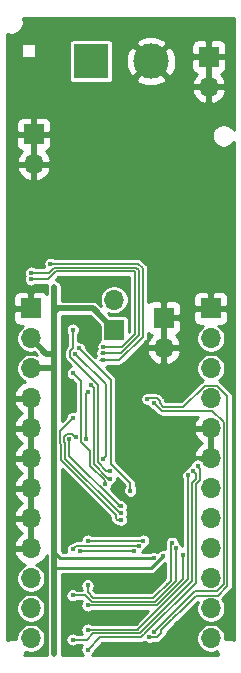
<source format=gbr>
%TF.GenerationSoftware,KiCad,Pcbnew,(5.1.9-0-10_14)*%
%TF.CreationDate,2021-01-09T22:25:45+11:00*%
%TF.ProjectId,ControlBreakout,436f6e74-726f-46c4-9272-65616b6f7574,rev?*%
%TF.SameCoordinates,Original*%
%TF.FileFunction,Copper,L2,Bot*%
%TF.FilePolarity,Positive*%
%FSLAX46Y46*%
G04 Gerber Fmt 4.6, Leading zero omitted, Abs format (unit mm)*
G04 Created by KiCad (PCBNEW (5.1.9-0-10_14)) date 2021-01-09 22:25:45*
%MOMM*%
%LPD*%
G01*
G04 APERTURE LIST*
%TA.AperFunction,ComponentPad*%
%ADD10O,1.700000X1.700000*%
%TD*%
%TA.AperFunction,ComponentPad*%
%ADD11R,1.700000X1.700000*%
%TD*%
%TA.AperFunction,ComponentPad*%
%ADD12C,3.000000*%
%TD*%
%TA.AperFunction,ComponentPad*%
%ADD13R,3.000000X3.000000*%
%TD*%
%TA.AperFunction,ViaPad*%
%ADD14C,0.900000*%
%TD*%
%TA.AperFunction,ViaPad*%
%ADD15C,0.450000*%
%TD*%
%TA.AperFunction,Conductor*%
%ADD16C,0.250000*%
%TD*%
%TA.AperFunction,Conductor*%
%ADD17C,0.500000*%
%TD*%
%TA.AperFunction,Conductor*%
%ADD18C,0.200000*%
%TD*%
%TA.AperFunction,Conductor*%
%ADD19C,0.254000*%
%TD*%
%TA.AperFunction,Conductor*%
%ADD20C,0.100000*%
%TD*%
G04 APERTURE END LIST*
D10*
%TO.P,J7,2*%
%TO.N,GND*%
X119775000Y-72540000D03*
D11*
%TO.P,J7,1*%
X119775000Y-70000000D03*
%TD*%
D12*
%TO.P,J6,2*%
%TO.N,GND*%
X114880000Y-70375000D03*
D13*
%TO.P,J6,1*%
%TO.N,+12V*%
X109800000Y-70375000D03*
%TD*%
D10*
%TO.P,J4,2*%
%TO.N,GND*%
X104950000Y-79090000D03*
D11*
%TO.P,J4,1*%
X104950000Y-76550000D03*
%TD*%
D10*
%TO.P,J5,2*%
%TO.N,GND*%
X115950000Y-94640000D03*
D11*
%TO.P,J5,1*%
X115950000Y-92100000D03*
%TD*%
%TO.P,J3,1*%
%TO.N,+3V3*%
X111750000Y-93100000D03*
D10*
%TO.P,J3,2*%
%TO.N,Net-(C7-Pad1)*%
X111750000Y-90560000D03*
%TD*%
D11*
%TO.P,J2,1*%
%TO.N,GND*%
X104700000Y-91300000D03*
D10*
%TO.P,J2,2*%
%TO.N,+3V3*%
X104700000Y-93840000D03*
%TO.P,J2,3*%
X104700000Y-96380000D03*
%TO.P,J2,4*%
%TO.N,GND*%
X104700000Y-98920000D03*
%TO.P,J2,5*%
X104700000Y-101460000D03*
%TO.P,J2,6*%
X104700000Y-104000000D03*
%TO.P,J2,7*%
X104700000Y-106540000D03*
%TO.P,J2,8*%
X104700000Y-109080000D03*
%TO.P,J2,9*%
X104700000Y-111620000D03*
%TO.P,J2,10*%
%TO.N,I2C_INT_1*%
X104700000Y-114160000D03*
%TO.P,J2,11*%
%TO.N,I2C_SDA_1*%
X104700000Y-116700000D03*
%TO.P,J2,12*%
%TO.N,I2C_SCL_1*%
X104700000Y-119240000D03*
%TD*%
%TO.P,J1,12*%
%TO.N,I2C_INT_4*%
X119940000Y-119240000D03*
%TO.P,J1,11*%
%TO.N,I2C_SDA_4*%
X119940000Y-116700000D03*
%TO.P,J1,10*%
%TO.N,I2C_SCL_4*%
X119940000Y-114160000D03*
%TO.P,J1,9*%
%TO.N,I2C_INT_IN*%
X119940000Y-111620000D03*
%TO.P,J1,8*%
%TO.N,I2C_SCL_IN*%
X119940000Y-109080000D03*
%TO.P,J1,7*%
%TO.N,I2C_SDA_IN*%
X119940000Y-106540000D03*
%TO.P,J1,6*%
%TO.N,GND*%
X119940000Y-104000000D03*
%TO.P,J1,5*%
X119940000Y-101460000D03*
%TO.P,J1,4*%
X119940000Y-98920000D03*
%TO.P,J1,3*%
%TO.N,+3V3*%
X119940000Y-96380000D03*
%TO.P,J1,2*%
X119940000Y-93840000D03*
D11*
%TO.P,J1,1*%
%TO.N,GND*%
X119940000Y-91300000D03*
%TD*%
D14*
%TO.N,GND*%
X114375000Y-104150000D03*
D15*
X115925000Y-103000000D03*
X115925000Y-106275000D03*
X113650000Y-106275000D03*
X113650000Y-103000000D03*
X116600000Y-98675000D03*
X114500000Y-96550000D03*
X118250000Y-101500000D03*
X118550000Y-102750000D03*
X118400000Y-103475000D03*
X118425000Y-102100000D03*
X112325000Y-114200000D03*
X114100000Y-114200000D03*
X113975000Y-120050000D03*
X112425000Y-101650000D03*
X117600000Y-78975000D03*
X120025000Y-80150000D03*
X117600000Y-83900000D03*
X115925000Y-83975000D03*
X113475000Y-98650000D03*
X112525000Y-98550000D03*
X115221896Y-111720176D03*
X118325000Y-120225000D03*
X111725000Y-88850000D03*
X112925000Y-88850000D03*
X112925000Y-89625000D03*
X107475000Y-94925000D03*
X107550000Y-93075000D03*
X107525000Y-96825000D03*
X107525000Y-100575000D03*
X113295000Y-120055000D03*
X114100000Y-115050000D03*
D14*
X114375000Y-105150000D03*
X115300000Y-105150000D03*
X115300000Y-104150000D03*
D15*
%TO.N,+3V3*%
X106691642Y-89508358D03*
X106691642Y-93816642D03*
X106691642Y-97733358D03*
X106691642Y-98758358D03*
X106691642Y-102920995D03*
X106691642Y-108908358D03*
X106691642Y-112691642D03*
X106691642Y-116491642D03*
X106691642Y-120191642D03*
X106691642Y-113808358D03*
X115925000Y-112275000D03*
X106691642Y-90216642D03*
X115100000Y-112450000D03*
%TO.N,G1*%
X110846020Y-95116954D03*
X104739767Y-88276647D03*
%TO.N,B1*%
X110846020Y-95693957D03*
X106360945Y-87520942D03*
%TO.N,R1*%
X110846020Y-94539951D03*
X104710808Y-88852922D03*
%TO.N,G3*%
X111406006Y-105081892D03*
X108250000Y-93100000D03*
%TO.N,B3*%
X108790000Y-94700000D03*
X113124678Y-106748496D03*
%TO.N,R3*%
X110812965Y-104027035D03*
X108482447Y-95188203D03*
%TO.N,I2C_SCL_4*%
X114579267Y-98982038D03*
X114720943Y-119111947D03*
%TO.N,I2C_SDA_4*%
X115151651Y-99355795D03*
X115128945Y-118703945D03*
%TO.N,G4*%
X108250000Y-96810000D03*
X111021558Y-106178000D03*
%TO.N,B4*%
X109388702Y-102374620D03*
X109581954Y-98361257D03*
%TO.N,R4*%
X109792127Y-97823813D03*
X111400000Y-105730000D03*
%TO.N,G5*%
X112332162Y-108644058D03*
X108484701Y-102160000D03*
%TO.N,B5*%
X112329878Y-109221055D03*
X108250000Y-100575000D03*
%TO.N,R5*%
X112324558Y-108067106D03*
X107947663Y-102370999D03*
%TO.N,R8*%
X114205712Y-110965712D03*
X109520000Y-110960000D03*
%TO.N,B8*%
X113433744Y-111869712D03*
X108833149Y-111869712D03*
%TO.N,G8*%
X113837234Y-111417712D03*
X108265517Y-111699786D03*
%TO.N,G9*%
X108240000Y-115600000D03*
X116980063Y-111630094D03*
%TO.N,B9*%
X109510000Y-116460000D03*
X117570000Y-112220000D03*
%TO.N,R9*%
X109510000Y-114750000D03*
X116660000Y-111150000D03*
%TO.N,G10*%
X118460421Y-105064950D03*
X108240000Y-119350000D03*
%TO.N,B10*%
X118817875Y-104612007D03*
X109510000Y-120200000D03*
%TO.N,R10*%
X118022812Y-105441021D03*
X109510000Y-118500000D03*
%TD*%
D16*
%TO.N,GND*%
X112325000Y-114200000D02*
X114100000Y-114200000D01*
D17*
%TO.N,+3V3*%
X111750000Y-93100000D02*
X109950000Y-91300000D01*
X109950000Y-91300000D02*
X107025000Y-91300000D01*
X107025000Y-91300000D02*
X106691642Y-91633358D01*
X106691642Y-91633358D02*
X106691642Y-93816642D01*
X106691642Y-97733358D02*
X106691642Y-98758358D01*
X106691642Y-98758358D02*
X106691642Y-102920995D01*
X106691642Y-102920995D02*
X106691642Y-108908358D01*
X106691642Y-120191642D02*
X106691642Y-120541642D01*
X106691642Y-116491642D02*
X106691642Y-120191642D01*
X106691642Y-113808358D02*
X106691642Y-116491642D01*
D16*
X107199999Y-112449999D02*
X106691642Y-111941642D01*
X114975001Y-112449999D02*
X107199999Y-112449999D01*
D17*
X106691642Y-111941642D02*
X106691642Y-112691642D01*
X106691642Y-108908358D02*
X106691642Y-111941642D01*
D16*
X114891642Y-113308358D02*
X106691642Y-113308358D01*
X115925000Y-112275000D02*
X114891642Y-113308358D01*
D17*
X106691642Y-113308358D02*
X106691642Y-113808358D01*
X106691642Y-112691642D02*
X106691642Y-113308358D01*
X106691642Y-90216642D02*
X106691642Y-89508358D01*
X106691642Y-91633358D02*
X106691642Y-90216642D01*
D16*
X115099999Y-112449999D02*
X115100000Y-112450000D01*
X114975001Y-112449999D02*
X115099999Y-112449999D01*
D17*
X106691642Y-93816642D02*
X106691642Y-94583358D01*
X106620000Y-96380000D02*
X106691642Y-96308358D01*
X104700000Y-96380000D02*
X106620000Y-96380000D01*
X106691642Y-96308358D02*
X106691642Y-97733358D01*
X106026642Y-95166642D02*
X106691642Y-95166642D01*
X104700000Y-93840000D02*
X106026642Y-95166642D01*
X106691642Y-95166642D02*
X106691642Y-96308358D01*
X106691642Y-94583358D02*
X106691642Y-95166642D01*
D18*
%TO.N,G1*%
X110846020Y-95116954D02*
X110625556Y-95116954D01*
X112304109Y-95116954D02*
X110846020Y-95116954D01*
X113837052Y-93584011D02*
X112304109Y-95116954D01*
X113645492Y-87847952D02*
X113837052Y-88039511D01*
X104739767Y-88276647D02*
X106274202Y-88276647D01*
X106702897Y-87847952D02*
X113645492Y-87847952D01*
X106274202Y-88276647D02*
X106702897Y-87847952D01*
X113837052Y-88039511D02*
X113837052Y-93584011D01*
%TO.N,B1*%
X110846020Y-95693957D02*
X110563333Y-95693957D01*
X114164062Y-93719462D02*
X114164062Y-87904062D01*
X113780942Y-87520942D02*
X106360945Y-87520942D01*
X114164062Y-87904062D02*
X113780942Y-87520942D01*
X112189567Y-95693957D02*
X114164062Y-93719462D01*
X110846020Y-95693957D02*
X112189567Y-95693957D01*
%TO.N,R1*%
X106160388Y-88852921D02*
X104710808Y-88852922D01*
X106167079Y-88852921D02*
X106160388Y-88852921D01*
X106845038Y-88174962D02*
X106167079Y-88852921D01*
X112418651Y-94539951D02*
X113510042Y-93448560D01*
X113510042Y-88174962D02*
X106845038Y-88174962D01*
X113510042Y-93448560D02*
X113510042Y-88174962D01*
X110846020Y-94539951D02*
X112418651Y-94539951D01*
%TO.N,G3*%
X110360964Y-104355048D02*
X110360964Y-97753424D01*
X111087808Y-105081892D02*
X110360964Y-104355048D01*
X111406006Y-105081892D02*
X111087808Y-105081892D01*
X108030446Y-95422906D02*
X108030446Y-94894554D01*
X110360964Y-97753424D02*
X108030446Y-95422906D01*
X108250000Y-94675000D02*
X108250000Y-93100000D01*
X108030446Y-94894554D02*
X108250000Y-94675000D01*
%TO.N,B3*%
X111464966Y-97374966D02*
X111464966Y-104443996D01*
X108790000Y-94700000D02*
X111464966Y-97374966D01*
X113124678Y-106103708D02*
X111464966Y-104443996D01*
X113124678Y-106748496D02*
X113124678Y-106103708D01*
%TO.N,R3*%
X111037864Y-103802136D02*
X111037864Y-97967864D01*
X110812965Y-104027035D02*
X111037864Y-103802136D01*
X111037864Y-97743620D02*
X108482447Y-95188203D01*
X111037864Y-97967864D02*
X111037864Y-97743620D01*
%TO.N,I2C_SCL_4*%
X115603652Y-99138834D02*
X115603652Y-99345336D01*
X115368612Y-98903794D02*
X115603652Y-99138834D01*
X114657511Y-98903794D02*
X115368612Y-98903794D01*
X114579267Y-98982038D02*
X114657511Y-98903794D01*
X115603652Y-99345336D02*
X115928307Y-99669991D01*
X115928307Y-99669991D02*
X117625000Y-99669991D01*
X121344011Y-114812412D02*
X120533424Y-115622999D01*
X121344011Y-98730049D02*
X121344011Y-114812412D01*
X120456961Y-97842999D02*
X121344011Y-98730049D01*
X119423039Y-97842999D02*
X120456961Y-97842999D01*
X117625000Y-99641038D02*
X119423039Y-97842999D01*
X117625000Y-99669991D02*
X117625000Y-99641038D01*
X120533424Y-115622999D02*
X119147999Y-115622999D01*
X119147999Y-115622999D02*
X119020963Y-115622999D01*
X116660175Y-117635175D02*
X115735175Y-118560175D01*
X115735175Y-118766677D02*
X115345906Y-119155946D01*
X119147999Y-115622999D02*
X118672351Y-115622999D01*
X115345906Y-119155946D02*
X114764942Y-119155946D01*
X117647675Y-116647675D02*
X116660175Y-117635175D01*
X114764942Y-119155946D02*
X114720943Y-119111947D01*
X115735175Y-118560175D02*
X115735175Y-118766677D01*
X118672351Y-115622999D02*
X117647675Y-116647675D01*
%TO.N,I2C_SDA_4*%
X115792857Y-99997001D02*
X115151651Y-99355795D01*
X120070963Y-99997001D02*
X115792857Y-99997001D01*
X121017001Y-100943039D02*
X120070963Y-99997001D01*
X121017001Y-114676961D02*
X121017001Y-100943039D01*
X120456961Y-115237001D02*
X121017001Y-114676961D01*
X118737999Y-115237001D02*
X120456961Y-115237001D01*
X118595889Y-115237001D02*
X115128945Y-118703945D01*
X118737999Y-115237001D02*
X118595889Y-115237001D01*
%TO.N,G4*%
X110947999Y-105867005D02*
X110947999Y-105946961D01*
X111021558Y-106020520D02*
X111021558Y-106178000D01*
X110947999Y-105946961D02*
X111021558Y-106020520D01*
X109706944Y-104625950D02*
X110947999Y-105867005D01*
X109706944Y-103361824D02*
X109706944Y-104625950D01*
X108936701Y-102591581D02*
X109706944Y-103361824D01*
X108936701Y-97496701D02*
X108936701Y-102591581D01*
X108250000Y-96810000D02*
X108936701Y-97496701D01*
%TO.N,B4*%
X109388702Y-102374620D02*
X109388702Y-101251298D01*
X109388702Y-98554509D02*
X109581954Y-98361257D01*
X109388702Y-101251298D02*
X109388702Y-98554509D01*
%TO.N,R4*%
X110033954Y-98065640D02*
X110033954Y-104490499D01*
X110033954Y-104490499D02*
X111273456Y-105730000D01*
X109792127Y-97823813D02*
X110033954Y-98065640D01*
X111273456Y-105730000D02*
X111400000Y-105730000D01*
%TO.N,G5*%
X112227272Y-108644058D02*
X112332162Y-108644058D01*
X107495662Y-102154038D02*
X107730702Y-101918998D01*
X107620653Y-102712951D02*
X107495662Y-102587960D01*
X108164624Y-101918998D02*
X108405626Y-102160000D01*
X107495662Y-102587960D02*
X107495662Y-102154038D01*
X107620653Y-104037440D02*
X107620653Y-102712951D01*
X108405626Y-102160000D02*
X108484701Y-102160000D01*
X112227271Y-108644058D02*
X107620653Y-104037440D01*
X107730702Y-101918998D02*
X108164624Y-101918998D01*
X112332162Y-108644058D02*
X112227271Y-108644058D01*
%TO.N,B5*%
X112240197Y-109221055D02*
X112329878Y-109221055D01*
X108200000Y-100625000D02*
X108250000Y-100575000D01*
X111880161Y-109089536D02*
X112011680Y-109221055D01*
X107168652Y-102723411D02*
X107293643Y-102848402D01*
X112011680Y-109221055D02*
X112329878Y-109221055D01*
X107168652Y-101656348D02*
X107168652Y-102723411D01*
X111880161Y-108759408D02*
X111880161Y-109089536D01*
X107293643Y-104172891D02*
X111880161Y-108759408D01*
X107293643Y-102848402D02*
X107293643Y-104172891D01*
X108250000Y-100575000D02*
X107168652Y-101656348D01*
%TO.N,R5*%
X112112780Y-108067106D02*
X112324558Y-108067106D01*
X112324558Y-108067106D02*
X112241702Y-108067106D01*
X107947663Y-103773067D02*
X107947663Y-102370999D01*
X112241702Y-108067106D02*
X107947663Y-103773067D01*
%TO.N,R8*%
X109525712Y-110965712D02*
X109520000Y-110960000D01*
X114205712Y-110965712D02*
X109525712Y-110965712D01*
%TO.N,B8*%
X113433744Y-111869712D02*
X108833149Y-111869712D01*
%TO.N,G8*%
X108547591Y-111417712D02*
X108265517Y-111699786D01*
X113837234Y-111417712D02*
X108547591Y-111417712D01*
%TO.N,G9*%
X115210834Y-116132990D02*
X116980000Y-114363824D01*
X116980000Y-114363824D02*
X116980000Y-111630157D01*
X116980000Y-111630157D02*
X116980063Y-111630094D01*
X109851952Y-116132990D02*
X115210834Y-116132990D01*
X109318962Y-115600000D02*
X109851952Y-116132990D01*
X108240000Y-115600000D02*
X109318962Y-115600000D01*
%TO.N,B9*%
X115346284Y-116460000D02*
X109510000Y-116460000D01*
X117570812Y-114235472D02*
X115346284Y-116460000D01*
X117570000Y-114234660D02*
X117570812Y-114235472D01*
X117570000Y-112220000D02*
X117570000Y-114234660D01*
%TO.N,R9*%
X116528062Y-114353302D02*
X116131364Y-114750000D01*
X116528062Y-111281938D02*
X116528062Y-114353302D01*
X116660000Y-111150000D02*
X116528062Y-111281938D01*
X109510000Y-114750000D02*
X109510000Y-115328578D01*
X109510000Y-115328578D02*
X109987402Y-115805980D01*
X109987402Y-115805980D02*
X115075384Y-115805980D01*
X115075384Y-115805980D02*
X116528062Y-114353302D01*
%TO.N,G10*%
X118685420Y-105289949D02*
X118685420Y-105714580D01*
X118685420Y-105714580D02*
X118349822Y-106050178D01*
X118460421Y-105064950D02*
X118685420Y-105289949D01*
X118349822Y-106050178D02*
X118349822Y-107420000D01*
X118349822Y-107420000D02*
X118349822Y-114381382D01*
X108240000Y-119350000D02*
X109477010Y-119350000D01*
X113904194Y-118827010D02*
X114128102Y-118603102D01*
X110000000Y-118827010D02*
X113904194Y-118827010D01*
X109477010Y-119350000D02*
X110000000Y-118827010D01*
X118349822Y-114381382D02*
X114128102Y-118603102D01*
%TO.N,B10*%
X119012430Y-104947997D02*
X119012430Y-105850030D01*
X118817875Y-104753442D02*
X119012430Y-104947997D01*
X118817875Y-104612007D02*
X118817875Y-104753442D01*
X119012430Y-105850030D02*
X118676832Y-106185628D01*
X118676832Y-106185628D02*
X118676832Y-107370000D01*
X118676832Y-107370000D02*
X118676832Y-114516832D01*
X109510000Y-120200000D02*
X110555980Y-119154020D01*
X114284332Y-118909333D02*
X114284332Y-118909332D01*
X114039645Y-119154020D02*
X114284332Y-118909333D01*
X110555980Y-119154020D02*
X114039645Y-119154020D01*
X118676832Y-114516832D02*
X114284332Y-118909332D01*
%TO.N,R10*%
X118022812Y-105441021D02*
X118022812Y-107462812D01*
X118022812Y-107462812D02*
X118022812Y-114245932D01*
X118022812Y-114245932D02*
X113794372Y-118474372D01*
X113768744Y-118500000D02*
X109510000Y-118500000D01*
X113794372Y-118474372D02*
X113768744Y-118500000D01*
%TD*%
D19*
%TO.N,GND*%
X116047063Y-114154064D02*
X114876148Y-115324980D01*
X110186639Y-115324980D01*
X109991000Y-115129342D01*
X109991000Y-115120903D01*
X110047030Y-115037049D01*
X110092712Y-114926764D01*
X110116000Y-114809686D01*
X110116000Y-114690314D01*
X110092712Y-114573236D01*
X110047030Y-114462951D01*
X109980711Y-114363698D01*
X109896302Y-114279289D01*
X109797049Y-114212970D01*
X109686764Y-114167288D01*
X109569686Y-114144000D01*
X109450314Y-114144000D01*
X109333236Y-114167288D01*
X109222951Y-114212970D01*
X109123698Y-114279289D01*
X109039289Y-114363698D01*
X108972970Y-114462951D01*
X108927288Y-114573236D01*
X108904000Y-114690314D01*
X108904000Y-114809686D01*
X108927288Y-114926764D01*
X108972970Y-115037049D01*
X109027728Y-115119000D01*
X108610903Y-115119000D01*
X108527049Y-115062970D01*
X108416764Y-115017288D01*
X108299686Y-114994000D01*
X108180314Y-114994000D01*
X108063236Y-115017288D01*
X107952951Y-115062970D01*
X107853698Y-115129289D01*
X107769289Y-115213698D01*
X107702970Y-115312951D01*
X107657288Y-115423236D01*
X107634000Y-115540314D01*
X107634000Y-115659686D01*
X107657288Y-115776764D01*
X107702970Y-115887049D01*
X107769289Y-115986302D01*
X107853698Y-116070711D01*
X107952951Y-116137030D01*
X108063236Y-116182712D01*
X108180314Y-116206000D01*
X108299686Y-116206000D01*
X108416764Y-116182712D01*
X108527049Y-116137030D01*
X108610903Y-116081000D01*
X109034410Y-116081000D01*
X108972970Y-116172951D01*
X108927288Y-116283236D01*
X108904000Y-116400314D01*
X108904000Y-116519686D01*
X108927288Y-116636764D01*
X108972970Y-116747049D01*
X109039289Y-116846302D01*
X109123698Y-116930711D01*
X109222951Y-116997030D01*
X109333236Y-117042712D01*
X109450314Y-117066000D01*
X109569686Y-117066000D01*
X109686764Y-117042712D01*
X109797049Y-116997030D01*
X109880903Y-116941000D01*
X114647508Y-116941000D01*
X113569508Y-118019000D01*
X109880903Y-118019000D01*
X109797049Y-117962970D01*
X109686764Y-117917288D01*
X109569686Y-117894000D01*
X109450314Y-117894000D01*
X109333236Y-117917288D01*
X109222951Y-117962970D01*
X109123698Y-118029289D01*
X109039289Y-118113698D01*
X108972970Y-118212951D01*
X108927288Y-118323236D01*
X108904000Y-118440314D01*
X108904000Y-118559686D01*
X108927288Y-118676764D01*
X108972970Y-118787049D01*
X109027728Y-118869000D01*
X108610903Y-118869000D01*
X108527049Y-118812970D01*
X108416764Y-118767288D01*
X108299686Y-118744000D01*
X108180314Y-118744000D01*
X108063236Y-118767288D01*
X107952951Y-118812970D01*
X107853698Y-118879289D01*
X107769289Y-118963698D01*
X107702970Y-119062951D01*
X107657288Y-119173236D01*
X107634000Y-119290314D01*
X107634000Y-119409686D01*
X107657288Y-119526764D01*
X107702970Y-119637049D01*
X107769289Y-119736302D01*
X107853698Y-119820711D01*
X107952951Y-119887030D01*
X108063236Y-119932712D01*
X108180314Y-119956000D01*
X108299686Y-119956000D01*
X108416764Y-119932712D01*
X108527049Y-119887030D01*
X108610903Y-119831000D01*
X109027728Y-119831000D01*
X108972970Y-119912951D01*
X108927288Y-120023236D01*
X108904000Y-120140314D01*
X108904000Y-120259686D01*
X108927288Y-120376764D01*
X108972970Y-120487049D01*
X109039289Y-120586302D01*
X109123698Y-120670711D01*
X109158552Y-120694000D01*
X107304818Y-120694000D01*
X107313512Y-120665339D01*
X107322642Y-120572639D01*
X107322642Y-113814358D01*
X114866796Y-113814358D01*
X114891642Y-113816805D01*
X114916488Y-113814358D01*
X114916496Y-113814358D01*
X114990835Y-113807036D01*
X115086217Y-113778103D01*
X115174121Y-113731117D01*
X115251169Y-113667885D01*
X115267018Y-113648573D01*
X116046983Y-112868608D01*
X116047063Y-112868593D01*
X116047063Y-114154064D01*
%TA.AperFunction,Conductor*%
D20*
G36*
X116047063Y-114154064D02*
G01*
X114876148Y-115324980D01*
X110186639Y-115324980D01*
X109991000Y-115129342D01*
X109991000Y-115120903D01*
X110047030Y-115037049D01*
X110092712Y-114926764D01*
X110116000Y-114809686D01*
X110116000Y-114690314D01*
X110092712Y-114573236D01*
X110047030Y-114462951D01*
X109980711Y-114363698D01*
X109896302Y-114279289D01*
X109797049Y-114212970D01*
X109686764Y-114167288D01*
X109569686Y-114144000D01*
X109450314Y-114144000D01*
X109333236Y-114167288D01*
X109222951Y-114212970D01*
X109123698Y-114279289D01*
X109039289Y-114363698D01*
X108972970Y-114462951D01*
X108927288Y-114573236D01*
X108904000Y-114690314D01*
X108904000Y-114809686D01*
X108927288Y-114926764D01*
X108972970Y-115037049D01*
X109027728Y-115119000D01*
X108610903Y-115119000D01*
X108527049Y-115062970D01*
X108416764Y-115017288D01*
X108299686Y-114994000D01*
X108180314Y-114994000D01*
X108063236Y-115017288D01*
X107952951Y-115062970D01*
X107853698Y-115129289D01*
X107769289Y-115213698D01*
X107702970Y-115312951D01*
X107657288Y-115423236D01*
X107634000Y-115540314D01*
X107634000Y-115659686D01*
X107657288Y-115776764D01*
X107702970Y-115887049D01*
X107769289Y-115986302D01*
X107853698Y-116070711D01*
X107952951Y-116137030D01*
X108063236Y-116182712D01*
X108180314Y-116206000D01*
X108299686Y-116206000D01*
X108416764Y-116182712D01*
X108527049Y-116137030D01*
X108610903Y-116081000D01*
X109034410Y-116081000D01*
X108972970Y-116172951D01*
X108927288Y-116283236D01*
X108904000Y-116400314D01*
X108904000Y-116519686D01*
X108927288Y-116636764D01*
X108972970Y-116747049D01*
X109039289Y-116846302D01*
X109123698Y-116930711D01*
X109222951Y-116997030D01*
X109333236Y-117042712D01*
X109450314Y-117066000D01*
X109569686Y-117066000D01*
X109686764Y-117042712D01*
X109797049Y-116997030D01*
X109880903Y-116941000D01*
X114647508Y-116941000D01*
X113569508Y-118019000D01*
X109880903Y-118019000D01*
X109797049Y-117962970D01*
X109686764Y-117917288D01*
X109569686Y-117894000D01*
X109450314Y-117894000D01*
X109333236Y-117917288D01*
X109222951Y-117962970D01*
X109123698Y-118029289D01*
X109039289Y-118113698D01*
X108972970Y-118212951D01*
X108927288Y-118323236D01*
X108904000Y-118440314D01*
X108904000Y-118559686D01*
X108927288Y-118676764D01*
X108972970Y-118787049D01*
X109027728Y-118869000D01*
X108610903Y-118869000D01*
X108527049Y-118812970D01*
X108416764Y-118767288D01*
X108299686Y-118744000D01*
X108180314Y-118744000D01*
X108063236Y-118767288D01*
X107952951Y-118812970D01*
X107853698Y-118879289D01*
X107769289Y-118963698D01*
X107702970Y-119062951D01*
X107657288Y-119173236D01*
X107634000Y-119290314D01*
X107634000Y-119409686D01*
X107657288Y-119526764D01*
X107702970Y-119637049D01*
X107769289Y-119736302D01*
X107853698Y-119820711D01*
X107952951Y-119887030D01*
X108063236Y-119932712D01*
X108180314Y-119956000D01*
X108299686Y-119956000D01*
X108416764Y-119932712D01*
X108527049Y-119887030D01*
X108610903Y-119831000D01*
X109027728Y-119831000D01*
X108972970Y-119912951D01*
X108927288Y-120023236D01*
X108904000Y-120140314D01*
X108904000Y-120259686D01*
X108927288Y-120376764D01*
X108972970Y-120487049D01*
X109039289Y-120586302D01*
X109123698Y-120670711D01*
X109158552Y-120694000D01*
X107304818Y-120694000D01*
X107313512Y-120665339D01*
X107322642Y-120572639D01*
X107322642Y-113814358D01*
X114866796Y-113814358D01*
X114891642Y-113816805D01*
X114916488Y-113814358D01*
X114916496Y-113814358D01*
X114990835Y-113807036D01*
X115086217Y-113778103D01*
X115174121Y-113731117D01*
X115251169Y-113667885D01*
X115267018Y-113648573D01*
X116046983Y-112868608D01*
X116047063Y-112868593D01*
X116047063Y-114154064D01*
G37*
%TD.AperFunction*%
D19*
X121817881Y-66709700D02*
X121835078Y-66714892D01*
X121850943Y-66723328D01*
X121864861Y-66734680D01*
X121876317Y-66748528D01*
X121884861Y-66764330D01*
X121890173Y-66781489D01*
X121894000Y-66817901D01*
X121894000Y-76207179D01*
X121798556Y-76064338D01*
X121659662Y-75925444D01*
X121496340Y-75816315D01*
X121314865Y-75741146D01*
X121122213Y-75702825D01*
X120925787Y-75702825D01*
X120733135Y-75741146D01*
X120551660Y-75816315D01*
X120388338Y-75925444D01*
X120249444Y-76064338D01*
X120140315Y-76227660D01*
X120065146Y-76409135D01*
X120026825Y-76601787D01*
X120026825Y-76798213D01*
X120065146Y-76990865D01*
X120140315Y-77172340D01*
X120249444Y-77335662D01*
X120388338Y-77474556D01*
X120551660Y-77583685D01*
X120733135Y-77658854D01*
X120925787Y-77697175D01*
X121122213Y-77697175D01*
X121314865Y-77658854D01*
X121496340Y-77583685D01*
X121659662Y-77474556D01*
X121798556Y-77335662D01*
X121894000Y-77192821D01*
X121894001Y-119362150D01*
X121770865Y-119311146D01*
X121578213Y-119272825D01*
X121381787Y-119272825D01*
X121189135Y-119311146D01*
X121171000Y-119318658D01*
X121171000Y-119118757D01*
X121123693Y-118880931D01*
X121030898Y-118656903D01*
X120896180Y-118455283D01*
X120724717Y-118283820D01*
X120523097Y-118149102D01*
X120299069Y-118056307D01*
X120061243Y-118009000D01*
X119818757Y-118009000D01*
X119580931Y-118056307D01*
X119356903Y-118149102D01*
X119155283Y-118283820D01*
X118983820Y-118455283D01*
X118849102Y-118656903D01*
X118756307Y-118880931D01*
X118709000Y-119118757D01*
X118709000Y-119361243D01*
X118756307Y-119599069D01*
X118849102Y-119823097D01*
X118983820Y-120024717D01*
X119155283Y-120196180D01*
X119356903Y-120330898D01*
X119580931Y-120423693D01*
X119818757Y-120471000D01*
X120061243Y-120471000D01*
X120299069Y-120423693D01*
X120482825Y-120347579D01*
X120482825Y-120368213D01*
X120521146Y-120560865D01*
X120576292Y-120694000D01*
X109861448Y-120694000D01*
X109896302Y-120670711D01*
X109980711Y-120586302D01*
X110047030Y-120487049D01*
X110092712Y-120376764D01*
X110112387Y-120277849D01*
X110755217Y-119635020D01*
X114016019Y-119635020D01*
X114039645Y-119637347D01*
X114063271Y-119635020D01*
X114070196Y-119634338D01*
X114133937Y-119628060D01*
X114224606Y-119600556D01*
X114307977Y-119555994D01*
X114334641Y-119582658D01*
X114433894Y-119648977D01*
X114544179Y-119694659D01*
X114661257Y-119717947D01*
X114780629Y-119717947D01*
X114897707Y-119694659D01*
X115007992Y-119648977D01*
X115025998Y-119636946D01*
X115322280Y-119636946D01*
X115345906Y-119639273D01*
X115369532Y-119636946D01*
X115396012Y-119634338D01*
X115440198Y-119629986D01*
X115446547Y-119628060D01*
X115530867Y-119602482D01*
X115614428Y-119557818D01*
X115687670Y-119497710D01*
X115702736Y-119479353D01*
X116058586Y-119123503D01*
X116076939Y-119108441D01*
X116137047Y-119035199D01*
X116181711Y-118951638D01*
X116209215Y-118860969D01*
X116216175Y-118790302D01*
X116216175Y-118790294D01*
X116218501Y-118766678D01*
X116217641Y-118757945D01*
X117016999Y-117958587D01*
X118004499Y-116971088D01*
X118004503Y-116971083D01*
X118842327Y-116133260D01*
X118756307Y-116340931D01*
X118709000Y-116578757D01*
X118709000Y-116821243D01*
X118756307Y-117059069D01*
X118849102Y-117283097D01*
X118983820Y-117484717D01*
X119155283Y-117656180D01*
X119356903Y-117790898D01*
X119580931Y-117883693D01*
X119818757Y-117931000D01*
X120061243Y-117931000D01*
X120299069Y-117883693D01*
X120523097Y-117790898D01*
X120724717Y-117656180D01*
X120896180Y-117484717D01*
X121030898Y-117283097D01*
X121123693Y-117059069D01*
X121171000Y-116821243D01*
X121171000Y-116578757D01*
X121123693Y-116340931D01*
X121030898Y-116116903D01*
X120906272Y-115930387D01*
X121667422Y-115169238D01*
X121685775Y-115154176D01*
X121745883Y-115080934D01*
X121790547Y-114997373D01*
X121814411Y-114918704D01*
X121818051Y-114906705D01*
X121827338Y-114812413D01*
X121825011Y-114788786D01*
X121825011Y-98753675D01*
X121827338Y-98730048D01*
X121818051Y-98635756D01*
X121801621Y-98581594D01*
X121790547Y-98545088D01*
X121745883Y-98461527D01*
X121685775Y-98388285D01*
X121667422Y-98373224D01*
X120813791Y-97519593D01*
X120798725Y-97501235D01*
X120725483Y-97441127D01*
X120641922Y-97396463D01*
X120636815Y-97394914D01*
X120724717Y-97336180D01*
X120896180Y-97164717D01*
X121030898Y-96963097D01*
X121123693Y-96739069D01*
X121171000Y-96501243D01*
X121171000Y-96258757D01*
X121123693Y-96020931D01*
X121030898Y-95796903D01*
X120896180Y-95595283D01*
X120724717Y-95423820D01*
X120523097Y-95289102D01*
X120299069Y-95196307D01*
X120061243Y-95149000D01*
X119818757Y-95149000D01*
X119580931Y-95196307D01*
X119356903Y-95289102D01*
X119155283Y-95423820D01*
X118983820Y-95595283D01*
X118849102Y-95796903D01*
X118756307Y-96020931D01*
X118709000Y-96258757D01*
X118709000Y-96501243D01*
X118756307Y-96739069D01*
X118849102Y-96963097D01*
X118983820Y-97164717D01*
X119155283Y-97336180D01*
X119243185Y-97394914D01*
X119238078Y-97396463D01*
X119154517Y-97441127D01*
X119081275Y-97501235D01*
X119066214Y-97519587D01*
X117396811Y-99188991D01*
X116127543Y-99188991D01*
X116086119Y-99147567D01*
X116086979Y-99138834D01*
X116077692Y-99044541D01*
X116063600Y-98998086D01*
X116050188Y-98953873D01*
X116005524Y-98870312D01*
X115945416Y-98797070D01*
X115927058Y-98782004D01*
X115725442Y-98580388D01*
X115710376Y-98562030D01*
X115637134Y-98501922D01*
X115553573Y-98457258D01*
X115462904Y-98429754D01*
X115392238Y-98422794D01*
X115368612Y-98420467D01*
X115344986Y-98422794D01*
X114812687Y-98422794D01*
X114756031Y-98399326D01*
X114638953Y-98376038D01*
X114519581Y-98376038D01*
X114402503Y-98399326D01*
X114292218Y-98445008D01*
X114192965Y-98511327D01*
X114108556Y-98595736D01*
X114042237Y-98694989D01*
X113996555Y-98805274D01*
X113973267Y-98922352D01*
X113973267Y-99041724D01*
X113996555Y-99158802D01*
X114042237Y-99269087D01*
X114108556Y-99368340D01*
X114192965Y-99452749D01*
X114292218Y-99519068D01*
X114402503Y-99564750D01*
X114519581Y-99588038D01*
X114591919Y-99588038D01*
X114614621Y-99642844D01*
X114680940Y-99742097D01*
X114765349Y-99826506D01*
X114864602Y-99892825D01*
X114974887Y-99938507D01*
X115073802Y-99958182D01*
X115436031Y-100320412D01*
X115451093Y-100338765D01*
X115524335Y-100398873D01*
X115607896Y-100443537D01*
X115698565Y-100471041D01*
X115769231Y-100478001D01*
X115769232Y-100478001D01*
X115792856Y-100480328D01*
X115816480Y-100478001D01*
X118828785Y-100478001D01*
X118668359Y-100693080D01*
X118543175Y-100955901D01*
X118498524Y-101103110D01*
X118619845Y-101333000D01*
X119813000Y-101333000D01*
X119813000Y-101313000D01*
X120067000Y-101313000D01*
X120067000Y-101333000D01*
X120087000Y-101333000D01*
X120087000Y-101587000D01*
X120067000Y-101587000D01*
X120067000Y-103873000D01*
X120087000Y-103873000D01*
X120087000Y-104127000D01*
X120067000Y-104127000D01*
X120067000Y-104147000D01*
X119813000Y-104147000D01*
X119813000Y-104127000D01*
X119182782Y-104127000D01*
X119104924Y-104074977D01*
X118994639Y-104029295D01*
X118877561Y-104006007D01*
X118758189Y-104006007D01*
X118641111Y-104029295D01*
X118530826Y-104074977D01*
X118431573Y-104141296D01*
X118347164Y-104225705D01*
X118280845Y-104324958D01*
X118235163Y-104435243D01*
X118220622Y-104508348D01*
X118173372Y-104527920D01*
X118074119Y-104594239D01*
X117989710Y-104678648D01*
X117923391Y-104777901D01*
X117894039Y-104848763D01*
X117846048Y-104858309D01*
X117735763Y-104903991D01*
X117636510Y-104970310D01*
X117552101Y-105054719D01*
X117485782Y-105153972D01*
X117440100Y-105264257D01*
X117416812Y-105381335D01*
X117416812Y-105500707D01*
X117440100Y-105617785D01*
X117485782Y-105728070D01*
X117541812Y-105811925D01*
X117541813Y-107439177D01*
X117541812Y-107439187D01*
X117541813Y-111402723D01*
X117517093Y-111343045D01*
X117450774Y-111243792D01*
X117366365Y-111159383D01*
X117267112Y-111093064D01*
X117266000Y-111092603D01*
X117266000Y-111090314D01*
X117242712Y-110973236D01*
X117197030Y-110862951D01*
X117130711Y-110763698D01*
X117046302Y-110679289D01*
X116947049Y-110612970D01*
X116836764Y-110567288D01*
X116719686Y-110544000D01*
X116600314Y-110544000D01*
X116483236Y-110567288D01*
X116372951Y-110612970D01*
X116273698Y-110679289D01*
X116189289Y-110763698D01*
X116122970Y-110862951D01*
X116077288Y-110973236D01*
X116054000Y-111090314D01*
X116054000Y-111187869D01*
X116044735Y-111281938D01*
X116047062Y-111305564D01*
X116047062Y-111681407D01*
X115984686Y-111669000D01*
X115865314Y-111669000D01*
X115748236Y-111692288D01*
X115637951Y-111737970D01*
X115538698Y-111804289D01*
X115454289Y-111888698D01*
X115422322Y-111936539D01*
X115387049Y-111912970D01*
X115276764Y-111867288D01*
X115159686Y-111844000D01*
X115040314Y-111844000D01*
X114923236Y-111867288D01*
X114812951Y-111912970D01*
X114766513Y-111943999D01*
X114140361Y-111943999D01*
X114223536Y-111888423D01*
X114307945Y-111804014D01*
X114374264Y-111704761D01*
X114419946Y-111594476D01*
X114433293Y-111527375D01*
X114492761Y-111502742D01*
X114592014Y-111436423D01*
X114676423Y-111352014D01*
X114742742Y-111252761D01*
X114788424Y-111142476D01*
X114811712Y-111025398D01*
X114811712Y-110906026D01*
X114788424Y-110788948D01*
X114742742Y-110678663D01*
X114676423Y-110579410D01*
X114592014Y-110495001D01*
X114492761Y-110428682D01*
X114382476Y-110383000D01*
X114265398Y-110359712D01*
X114146026Y-110359712D01*
X114028948Y-110383000D01*
X113918663Y-110428682D01*
X113834809Y-110484712D01*
X109899452Y-110484712D01*
X109807049Y-110422970D01*
X109696764Y-110377288D01*
X109579686Y-110354000D01*
X109460314Y-110354000D01*
X109343236Y-110377288D01*
X109232951Y-110422970D01*
X109133698Y-110489289D01*
X109049289Y-110573698D01*
X108982970Y-110672951D01*
X108937288Y-110783236D01*
X108914000Y-110900314D01*
X108914000Y-110936712D01*
X108571217Y-110936712D01*
X108547591Y-110934385D01*
X108453298Y-110943672D01*
X108425794Y-110952016D01*
X108362630Y-110971176D01*
X108279069Y-111015840D01*
X108205827Y-111075948D01*
X108190761Y-111094306D01*
X108187668Y-111097399D01*
X108088753Y-111117074D01*
X107978468Y-111162756D01*
X107879215Y-111229075D01*
X107794806Y-111313484D01*
X107728487Y-111412737D01*
X107682805Y-111523022D01*
X107659517Y-111640100D01*
X107659517Y-111759472D01*
X107682805Y-111876550D01*
X107710744Y-111943999D01*
X107409591Y-111943999D01*
X107322642Y-111857050D01*
X107322642Y-104882126D01*
X111399161Y-108958645D01*
X111399161Y-109065910D01*
X111396834Y-109089536D01*
X111399161Y-109113161D01*
X111399161Y-109113162D01*
X111406121Y-109183828D01*
X111433626Y-109274497D01*
X111478290Y-109358058D01*
X111538398Y-109431300D01*
X111556750Y-109446361D01*
X111654850Y-109544461D01*
X111669916Y-109562819D01*
X111743158Y-109622927D01*
X111826719Y-109667591D01*
X111896285Y-109688693D01*
X111917387Y-109695095D01*
X111953947Y-109698696D01*
X112042829Y-109758085D01*
X112153114Y-109803767D01*
X112270192Y-109827055D01*
X112389564Y-109827055D01*
X112506642Y-109803767D01*
X112616927Y-109758085D01*
X112716180Y-109691766D01*
X112800589Y-109607357D01*
X112866908Y-109508104D01*
X112912590Y-109397819D01*
X112935878Y-109280741D01*
X112935878Y-109161369D01*
X112912590Y-109044291D01*
X112867041Y-108934327D01*
X112869192Y-108931107D01*
X112914874Y-108820822D01*
X112938162Y-108703744D01*
X112938162Y-108584372D01*
X112914874Y-108467294D01*
X112869192Y-108357009D01*
X112863768Y-108348892D01*
X112907270Y-108243870D01*
X112930558Y-108126792D01*
X112930558Y-108007420D01*
X112907270Y-107890342D01*
X112861588Y-107780057D01*
X112795269Y-107680804D01*
X112710860Y-107596395D01*
X112611607Y-107530076D01*
X112501322Y-107484394D01*
X112384244Y-107461106D01*
X112315939Y-107461106D01*
X111455702Y-106600869D01*
X111492269Y-106564302D01*
X111558588Y-106465049D01*
X111604270Y-106354764D01*
X111615855Y-106296520D01*
X111687049Y-106267030D01*
X111786302Y-106200711D01*
X111870711Y-106116302D01*
X111937030Y-106017049D01*
X111982712Y-105906764D01*
X112006000Y-105789686D01*
X112006000Y-105670314D01*
X112004747Y-105664013D01*
X112643679Y-106302946D01*
X112643679Y-106377592D01*
X112587648Y-106461447D01*
X112541966Y-106571732D01*
X112518678Y-106688810D01*
X112518678Y-106808182D01*
X112541966Y-106925260D01*
X112587648Y-107035545D01*
X112653967Y-107134798D01*
X112738376Y-107219207D01*
X112837629Y-107285526D01*
X112947914Y-107331208D01*
X113064992Y-107354496D01*
X113184364Y-107354496D01*
X113301442Y-107331208D01*
X113411727Y-107285526D01*
X113510980Y-107219207D01*
X113595389Y-107134798D01*
X113661708Y-107035545D01*
X113707390Y-106925260D01*
X113730678Y-106808182D01*
X113730678Y-106688810D01*
X113707390Y-106571732D01*
X113661708Y-106461447D01*
X113605678Y-106377593D01*
X113605678Y-106127331D01*
X113608005Y-106103707D01*
X113604859Y-106071764D01*
X113598718Y-106009416D01*
X113571214Y-105918747D01*
X113526550Y-105835186D01*
X113466442Y-105761944D01*
X113448090Y-105746883D01*
X111945966Y-104244760D01*
X111945966Y-101816890D01*
X118498524Y-101816890D01*
X118543175Y-101964099D01*
X118668359Y-102226920D01*
X118842412Y-102460269D01*
X119058645Y-102655178D01*
X119184255Y-102730000D01*
X119058645Y-102804822D01*
X118842412Y-102999731D01*
X118668359Y-103233080D01*
X118543175Y-103495901D01*
X118498524Y-103643110D01*
X118619845Y-103873000D01*
X119813000Y-103873000D01*
X119813000Y-101587000D01*
X118619845Y-101587000D01*
X118498524Y-101816890D01*
X111945966Y-101816890D01*
X111945966Y-97398592D01*
X111948293Y-97374965D01*
X111939006Y-97280673D01*
X111923082Y-97228179D01*
X111911502Y-97190005D01*
X111866838Y-97106444D01*
X111806730Y-97033202D01*
X111788378Y-97018141D01*
X111039841Y-96269604D01*
X111133069Y-96230987D01*
X111216923Y-96174957D01*
X112165941Y-96174957D01*
X112189567Y-96177284D01*
X112213193Y-96174957D01*
X112283859Y-96167997D01*
X112374528Y-96140493D01*
X112458089Y-96095829D01*
X112531331Y-96035721D01*
X112546397Y-96017363D01*
X113566870Y-94996890D01*
X114508524Y-94996890D01*
X114553175Y-95144099D01*
X114678359Y-95406920D01*
X114852412Y-95640269D01*
X115068645Y-95835178D01*
X115318748Y-95984157D01*
X115593109Y-96081481D01*
X115823000Y-95960814D01*
X115823000Y-94767000D01*
X116077000Y-94767000D01*
X116077000Y-95960814D01*
X116306891Y-96081481D01*
X116581252Y-95984157D01*
X116831355Y-95835178D01*
X117047588Y-95640269D01*
X117221641Y-95406920D01*
X117346825Y-95144099D01*
X117391476Y-94996890D01*
X117270155Y-94767000D01*
X116077000Y-94767000D01*
X115823000Y-94767000D01*
X114629845Y-94767000D01*
X114508524Y-94996890D01*
X113566870Y-94996890D01*
X114487468Y-94076292D01*
X114505826Y-94061226D01*
X114565934Y-93987984D01*
X114599185Y-93925775D01*
X114610598Y-93904424D01*
X114638102Y-93813755D01*
X114647389Y-93719462D01*
X114645062Y-93695836D01*
X114645062Y-93396612D01*
X114648815Y-93401185D01*
X114745506Y-93480537D01*
X114855820Y-93539502D01*
X114936466Y-93563966D01*
X114852412Y-93639731D01*
X114678359Y-93873080D01*
X114553175Y-94135901D01*
X114508524Y-94283110D01*
X114629845Y-94513000D01*
X115823000Y-94513000D01*
X115823000Y-92227000D01*
X116077000Y-92227000D01*
X116077000Y-94513000D01*
X117270155Y-94513000D01*
X117391476Y-94283110D01*
X117346825Y-94135901D01*
X117221641Y-93873080D01*
X117047588Y-93639731D01*
X116963534Y-93563966D01*
X117044180Y-93539502D01*
X117154494Y-93480537D01*
X117251185Y-93401185D01*
X117330537Y-93304494D01*
X117389502Y-93194180D01*
X117425812Y-93074482D01*
X117438072Y-92950000D01*
X117435000Y-92385750D01*
X117276250Y-92227000D01*
X116077000Y-92227000D01*
X115823000Y-92227000D01*
X115803000Y-92227000D01*
X115803000Y-92150000D01*
X118451928Y-92150000D01*
X118464188Y-92274482D01*
X118500498Y-92394180D01*
X118559463Y-92504494D01*
X118638815Y-92601185D01*
X118735506Y-92680537D01*
X118845820Y-92739502D01*
X118965518Y-92775812D01*
X119090000Y-92788072D01*
X119300294Y-92786927D01*
X119155283Y-92883820D01*
X118983820Y-93055283D01*
X118849102Y-93256903D01*
X118756307Y-93480931D01*
X118709000Y-93718757D01*
X118709000Y-93961243D01*
X118756307Y-94199069D01*
X118849102Y-94423097D01*
X118983820Y-94624717D01*
X119155283Y-94796180D01*
X119356903Y-94930898D01*
X119580931Y-95023693D01*
X119818757Y-95071000D01*
X120061243Y-95071000D01*
X120299069Y-95023693D01*
X120523097Y-94930898D01*
X120724717Y-94796180D01*
X120896180Y-94624717D01*
X121030898Y-94423097D01*
X121123693Y-94199069D01*
X121171000Y-93961243D01*
X121171000Y-93718757D01*
X121123693Y-93480931D01*
X121030898Y-93256903D01*
X120896180Y-93055283D01*
X120724717Y-92883820D01*
X120579706Y-92786927D01*
X120790000Y-92788072D01*
X120914482Y-92775812D01*
X121034180Y-92739502D01*
X121144494Y-92680537D01*
X121241185Y-92601185D01*
X121320537Y-92504494D01*
X121379502Y-92394180D01*
X121415812Y-92274482D01*
X121428072Y-92150000D01*
X121425000Y-91585750D01*
X121266250Y-91427000D01*
X120067000Y-91427000D01*
X120067000Y-91447000D01*
X119813000Y-91447000D01*
X119813000Y-91427000D01*
X118613750Y-91427000D01*
X118455000Y-91585750D01*
X118451928Y-92150000D01*
X115803000Y-92150000D01*
X115803000Y-91973000D01*
X115823000Y-91973000D01*
X115823000Y-90773750D01*
X116077000Y-90773750D01*
X116077000Y-91973000D01*
X117276250Y-91973000D01*
X117435000Y-91814250D01*
X117438072Y-91250000D01*
X117425812Y-91125518D01*
X117389502Y-91005820D01*
X117330537Y-90895506D01*
X117251185Y-90798815D01*
X117154494Y-90719463D01*
X117044180Y-90660498D01*
X116924482Y-90624188D01*
X116800000Y-90611928D01*
X116235750Y-90615000D01*
X116077000Y-90773750D01*
X115823000Y-90773750D01*
X115664250Y-90615000D01*
X115100000Y-90611928D01*
X114975518Y-90624188D01*
X114855820Y-90660498D01*
X114745506Y-90719463D01*
X114648815Y-90798815D01*
X114645062Y-90803388D01*
X114645062Y-90450000D01*
X118451928Y-90450000D01*
X118455000Y-91014250D01*
X118613750Y-91173000D01*
X119813000Y-91173000D01*
X119813000Y-89973750D01*
X120067000Y-89973750D01*
X120067000Y-91173000D01*
X121266250Y-91173000D01*
X121425000Y-91014250D01*
X121428072Y-90450000D01*
X121415812Y-90325518D01*
X121379502Y-90205820D01*
X121320537Y-90095506D01*
X121241185Y-89998815D01*
X121144494Y-89919463D01*
X121034180Y-89860498D01*
X120914482Y-89824188D01*
X120790000Y-89811928D01*
X120225750Y-89815000D01*
X120067000Y-89973750D01*
X119813000Y-89973750D01*
X119654250Y-89815000D01*
X119090000Y-89811928D01*
X118965518Y-89824188D01*
X118845820Y-89860498D01*
X118735506Y-89919463D01*
X118638815Y-89998815D01*
X118559463Y-90095506D01*
X118500498Y-90205820D01*
X118464188Y-90325518D01*
X118451928Y-90450000D01*
X114645062Y-90450000D01*
X114645062Y-87927689D01*
X114647389Y-87904062D01*
X114638102Y-87809769D01*
X114610598Y-87719100D01*
X114580607Y-87662991D01*
X114565934Y-87635540D01*
X114505826Y-87562298D01*
X114487468Y-87547232D01*
X114137772Y-87197536D01*
X114122706Y-87179178D01*
X114049464Y-87119070D01*
X113965903Y-87074406D01*
X113875234Y-87046902D01*
X113804568Y-87039942D01*
X113780942Y-87037615D01*
X113757316Y-87039942D01*
X106731848Y-87039942D01*
X106647994Y-86983912D01*
X106537709Y-86938230D01*
X106420631Y-86914942D01*
X106301259Y-86914942D01*
X106184181Y-86938230D01*
X106073896Y-86983912D01*
X105974643Y-87050231D01*
X105890234Y-87134640D01*
X105823915Y-87233893D01*
X105778233Y-87344178D01*
X105754945Y-87461256D01*
X105754945Y-87580628D01*
X105778233Y-87697706D01*
X105818802Y-87795647D01*
X105110670Y-87795647D01*
X105026816Y-87739617D01*
X104916531Y-87693935D01*
X104799453Y-87670647D01*
X104680081Y-87670647D01*
X104563003Y-87693935D01*
X104452718Y-87739617D01*
X104353465Y-87805936D01*
X104269056Y-87890345D01*
X104202737Y-87989598D01*
X104157055Y-88099883D01*
X104133767Y-88216961D01*
X104133767Y-88336333D01*
X104157055Y-88453411D01*
X104192211Y-88538285D01*
X104173778Y-88565873D01*
X104128096Y-88676158D01*
X104104808Y-88793236D01*
X104104808Y-88912608D01*
X104128096Y-89029686D01*
X104173778Y-89139971D01*
X104240097Y-89239224D01*
X104324506Y-89323633D01*
X104423759Y-89389952D01*
X104534044Y-89435634D01*
X104651122Y-89458922D01*
X104770494Y-89458922D01*
X104887572Y-89435634D01*
X104997857Y-89389952D01*
X105081712Y-89333921D01*
X106085164Y-89333920D01*
X106069772Y-89384660D01*
X106060642Y-89477360D01*
X106060642Y-90071264D01*
X106001185Y-89998815D01*
X105904494Y-89919463D01*
X105794180Y-89860498D01*
X105674482Y-89824188D01*
X105550000Y-89811928D01*
X104985750Y-89815000D01*
X104827000Y-89973750D01*
X104827000Y-91173000D01*
X104847000Y-91173000D01*
X104847000Y-91427000D01*
X104827000Y-91427000D01*
X104827000Y-91447000D01*
X104573000Y-91447000D01*
X104573000Y-91427000D01*
X103373750Y-91427000D01*
X103215000Y-91585750D01*
X103211928Y-92150000D01*
X103224188Y-92274482D01*
X103260498Y-92394180D01*
X103319463Y-92504494D01*
X103398815Y-92601185D01*
X103495506Y-92680537D01*
X103605820Y-92739502D01*
X103725518Y-92775812D01*
X103850000Y-92788072D01*
X104060294Y-92786927D01*
X103915283Y-92883820D01*
X103743820Y-93055283D01*
X103609102Y-93256903D01*
X103516307Y-93480931D01*
X103469000Y-93718757D01*
X103469000Y-93961243D01*
X103516307Y-94199069D01*
X103609102Y-94423097D01*
X103743820Y-94624717D01*
X103915283Y-94796180D01*
X104116903Y-94930898D01*
X104340931Y-95023693D01*
X104578757Y-95071000D01*
X104821243Y-95071000D01*
X105002564Y-95034933D01*
X105238091Y-95270460D01*
X105059069Y-95196307D01*
X104821243Y-95149000D01*
X104578757Y-95149000D01*
X104340931Y-95196307D01*
X104116903Y-95289102D01*
X103915283Y-95423820D01*
X103743820Y-95595283D01*
X103609102Y-95796903D01*
X103516307Y-96020931D01*
X103469000Y-96258757D01*
X103469000Y-96501243D01*
X103516307Y-96739069D01*
X103609102Y-96963097D01*
X103743820Y-97164717D01*
X103915283Y-97336180D01*
X104116903Y-97470898D01*
X104231168Y-97518228D01*
X104068748Y-97575843D01*
X103818645Y-97724822D01*
X103602412Y-97919731D01*
X103428359Y-98153080D01*
X103303175Y-98415901D01*
X103258524Y-98563110D01*
X103379845Y-98793000D01*
X104573000Y-98793000D01*
X104573000Y-98773000D01*
X104827000Y-98773000D01*
X104827000Y-98793000D01*
X104847000Y-98793000D01*
X104847000Y-99047000D01*
X104827000Y-99047000D01*
X104827000Y-101333000D01*
X104847000Y-101333000D01*
X104847000Y-101587000D01*
X104827000Y-101587000D01*
X104827000Y-103873000D01*
X104847000Y-103873000D01*
X104847000Y-104127000D01*
X104827000Y-104127000D01*
X104827000Y-106413000D01*
X104847000Y-106413000D01*
X104847000Y-106667000D01*
X104827000Y-106667000D01*
X104827000Y-108953000D01*
X104847000Y-108953000D01*
X104847000Y-109207000D01*
X104827000Y-109207000D01*
X104827000Y-111493000D01*
X104847000Y-111493000D01*
X104847000Y-111747000D01*
X104827000Y-111747000D01*
X104827000Y-111767000D01*
X104573000Y-111767000D01*
X104573000Y-111747000D01*
X103379845Y-111747000D01*
X103258524Y-111976890D01*
X103303175Y-112124099D01*
X103428359Y-112386920D01*
X103602412Y-112620269D01*
X103818645Y-112815178D01*
X104068748Y-112964157D01*
X104231168Y-113021772D01*
X104116903Y-113069102D01*
X103915283Y-113203820D01*
X103743820Y-113375283D01*
X103609102Y-113576903D01*
X103516307Y-113800931D01*
X103469000Y-114038757D01*
X103469000Y-114281243D01*
X103516307Y-114519069D01*
X103609102Y-114743097D01*
X103743820Y-114944717D01*
X103915283Y-115116180D01*
X104116903Y-115250898D01*
X104340931Y-115343693D01*
X104578757Y-115391000D01*
X104821243Y-115391000D01*
X105059069Y-115343693D01*
X105283097Y-115250898D01*
X105484717Y-115116180D01*
X105656180Y-114944717D01*
X105790898Y-114743097D01*
X105883693Y-114519069D01*
X105931000Y-114281243D01*
X105931000Y-114038757D01*
X105883693Y-113800931D01*
X105790898Y-113576903D01*
X105656180Y-113375283D01*
X105484717Y-113203820D01*
X105283097Y-113069102D01*
X105168832Y-113021772D01*
X105331252Y-112964157D01*
X105581355Y-112815178D01*
X105797588Y-112620269D01*
X105971641Y-112386920D01*
X106060642Y-112200064D01*
X106060642Y-113777361D01*
X106060643Y-116460635D01*
X106060642Y-116460645D01*
X106060643Y-120160635D01*
X106060642Y-120160645D01*
X106060642Y-120572640D01*
X106069772Y-120665340D01*
X106078466Y-120694000D01*
X104139566Y-120694000D01*
X104198854Y-120550865D01*
X104233040Y-120379003D01*
X104340931Y-120423693D01*
X104578757Y-120471000D01*
X104821243Y-120471000D01*
X105059069Y-120423693D01*
X105283097Y-120330898D01*
X105484717Y-120196180D01*
X105656180Y-120024717D01*
X105790898Y-119823097D01*
X105883693Y-119599069D01*
X105931000Y-119361243D01*
X105931000Y-119118757D01*
X105883693Y-118880931D01*
X105790898Y-118656903D01*
X105656180Y-118455283D01*
X105484717Y-118283820D01*
X105283097Y-118149102D01*
X105059069Y-118056307D01*
X104821243Y-118009000D01*
X104578757Y-118009000D01*
X104340931Y-118056307D01*
X104116903Y-118149102D01*
X103915283Y-118283820D01*
X103743820Y-118455283D01*
X103609102Y-118656903D01*
X103516307Y-118880931D01*
X103469000Y-119118757D01*
X103469000Y-119288840D01*
X103338213Y-119262825D01*
X103141787Y-119262825D01*
X102949135Y-119301146D01*
X102767660Y-119376315D01*
X102706000Y-119417515D01*
X102706000Y-116578757D01*
X103469000Y-116578757D01*
X103469000Y-116821243D01*
X103516307Y-117059069D01*
X103609102Y-117283097D01*
X103743820Y-117484717D01*
X103915283Y-117656180D01*
X104116903Y-117790898D01*
X104340931Y-117883693D01*
X104578757Y-117931000D01*
X104821243Y-117931000D01*
X105059069Y-117883693D01*
X105283097Y-117790898D01*
X105484717Y-117656180D01*
X105656180Y-117484717D01*
X105790898Y-117283097D01*
X105883693Y-117059069D01*
X105931000Y-116821243D01*
X105931000Y-116578757D01*
X105883693Y-116340931D01*
X105790898Y-116116903D01*
X105656180Y-115915283D01*
X105484717Y-115743820D01*
X105283097Y-115609102D01*
X105059069Y-115516307D01*
X104821243Y-115469000D01*
X104578757Y-115469000D01*
X104340931Y-115516307D01*
X104116903Y-115609102D01*
X103915283Y-115743820D01*
X103743820Y-115915283D01*
X103609102Y-116116903D01*
X103516307Y-116340931D01*
X103469000Y-116578757D01*
X102706000Y-116578757D01*
X102706000Y-109436890D01*
X103258524Y-109436890D01*
X103303175Y-109584099D01*
X103428359Y-109846920D01*
X103602412Y-110080269D01*
X103818645Y-110275178D01*
X103944255Y-110350000D01*
X103818645Y-110424822D01*
X103602412Y-110619731D01*
X103428359Y-110853080D01*
X103303175Y-111115901D01*
X103258524Y-111263110D01*
X103379845Y-111493000D01*
X104573000Y-111493000D01*
X104573000Y-109207000D01*
X103379845Y-109207000D01*
X103258524Y-109436890D01*
X102706000Y-109436890D01*
X102706000Y-106896890D01*
X103258524Y-106896890D01*
X103303175Y-107044099D01*
X103428359Y-107306920D01*
X103602412Y-107540269D01*
X103818645Y-107735178D01*
X103944255Y-107810000D01*
X103818645Y-107884822D01*
X103602412Y-108079731D01*
X103428359Y-108313080D01*
X103303175Y-108575901D01*
X103258524Y-108723110D01*
X103379845Y-108953000D01*
X104573000Y-108953000D01*
X104573000Y-106667000D01*
X103379845Y-106667000D01*
X103258524Y-106896890D01*
X102706000Y-106896890D01*
X102706000Y-104356890D01*
X103258524Y-104356890D01*
X103303175Y-104504099D01*
X103428359Y-104766920D01*
X103602412Y-105000269D01*
X103818645Y-105195178D01*
X103944255Y-105270000D01*
X103818645Y-105344822D01*
X103602412Y-105539731D01*
X103428359Y-105773080D01*
X103303175Y-106035901D01*
X103258524Y-106183110D01*
X103379845Y-106413000D01*
X104573000Y-106413000D01*
X104573000Y-104127000D01*
X103379845Y-104127000D01*
X103258524Y-104356890D01*
X102706000Y-104356890D01*
X102706000Y-101816890D01*
X103258524Y-101816890D01*
X103303175Y-101964099D01*
X103428359Y-102226920D01*
X103602412Y-102460269D01*
X103818645Y-102655178D01*
X103944255Y-102730000D01*
X103818645Y-102804822D01*
X103602412Y-102999731D01*
X103428359Y-103233080D01*
X103303175Y-103495901D01*
X103258524Y-103643110D01*
X103379845Y-103873000D01*
X104573000Y-103873000D01*
X104573000Y-101587000D01*
X103379845Y-101587000D01*
X103258524Y-101816890D01*
X102706000Y-101816890D01*
X102706000Y-99276890D01*
X103258524Y-99276890D01*
X103303175Y-99424099D01*
X103428359Y-99686920D01*
X103602412Y-99920269D01*
X103818645Y-100115178D01*
X103944255Y-100190000D01*
X103818645Y-100264822D01*
X103602412Y-100459731D01*
X103428359Y-100693080D01*
X103303175Y-100955901D01*
X103258524Y-101103110D01*
X103379845Y-101333000D01*
X104573000Y-101333000D01*
X104573000Y-99047000D01*
X103379845Y-99047000D01*
X103258524Y-99276890D01*
X102706000Y-99276890D01*
X102706000Y-90450000D01*
X103211928Y-90450000D01*
X103215000Y-91014250D01*
X103373750Y-91173000D01*
X104573000Y-91173000D01*
X104573000Y-89973750D01*
X104414250Y-89815000D01*
X103850000Y-89811928D01*
X103725518Y-89824188D01*
X103605820Y-89860498D01*
X103495506Y-89919463D01*
X103398815Y-89998815D01*
X103319463Y-90095506D01*
X103260498Y-90205820D01*
X103224188Y-90325518D01*
X103211928Y-90450000D01*
X102706000Y-90450000D01*
X102706000Y-79446890D01*
X103508524Y-79446890D01*
X103553175Y-79594099D01*
X103678359Y-79856920D01*
X103852412Y-80090269D01*
X104068645Y-80285178D01*
X104318748Y-80434157D01*
X104593109Y-80531481D01*
X104823000Y-80410814D01*
X104823000Y-79217000D01*
X105077000Y-79217000D01*
X105077000Y-80410814D01*
X105306891Y-80531481D01*
X105581252Y-80434157D01*
X105831355Y-80285178D01*
X106047588Y-80090269D01*
X106221641Y-79856920D01*
X106346825Y-79594099D01*
X106391476Y-79446890D01*
X106270155Y-79217000D01*
X105077000Y-79217000D01*
X104823000Y-79217000D01*
X103629845Y-79217000D01*
X103508524Y-79446890D01*
X102706000Y-79446890D01*
X102706000Y-77400000D01*
X103461928Y-77400000D01*
X103474188Y-77524482D01*
X103510498Y-77644180D01*
X103569463Y-77754494D01*
X103648815Y-77851185D01*
X103745506Y-77930537D01*
X103855820Y-77989502D01*
X103936466Y-78013966D01*
X103852412Y-78089731D01*
X103678359Y-78323080D01*
X103553175Y-78585901D01*
X103508524Y-78733110D01*
X103629845Y-78963000D01*
X104823000Y-78963000D01*
X104823000Y-76677000D01*
X105077000Y-76677000D01*
X105077000Y-78963000D01*
X106270155Y-78963000D01*
X106391476Y-78733110D01*
X106346825Y-78585901D01*
X106221641Y-78323080D01*
X106047588Y-78089731D01*
X105963534Y-78013966D01*
X106044180Y-77989502D01*
X106154494Y-77930537D01*
X106251185Y-77851185D01*
X106330537Y-77754494D01*
X106389502Y-77644180D01*
X106425812Y-77524482D01*
X106438072Y-77400000D01*
X106435000Y-76835750D01*
X106276250Y-76677000D01*
X105077000Y-76677000D01*
X104823000Y-76677000D01*
X103623750Y-76677000D01*
X103465000Y-76835750D01*
X103461928Y-77400000D01*
X102706000Y-77400000D01*
X102706000Y-75700000D01*
X103461928Y-75700000D01*
X103465000Y-76264250D01*
X103623750Y-76423000D01*
X104823000Y-76423000D01*
X104823000Y-75223750D01*
X105077000Y-75223750D01*
X105077000Y-76423000D01*
X106276250Y-76423000D01*
X106435000Y-76264250D01*
X106438072Y-75700000D01*
X106425812Y-75575518D01*
X106389502Y-75455820D01*
X106330537Y-75345506D01*
X106251185Y-75248815D01*
X106154494Y-75169463D01*
X106044180Y-75110498D01*
X105924482Y-75074188D01*
X105800000Y-75061928D01*
X105235750Y-75065000D01*
X105077000Y-75223750D01*
X104823000Y-75223750D01*
X104664250Y-75065000D01*
X104100000Y-75061928D01*
X103975518Y-75074188D01*
X103855820Y-75110498D01*
X103745506Y-75169463D01*
X103648815Y-75248815D01*
X103569463Y-75345506D01*
X103510498Y-75455820D01*
X103474188Y-75575518D01*
X103461928Y-75700000D01*
X102706000Y-75700000D01*
X102706000Y-72896890D01*
X118333524Y-72896890D01*
X118378175Y-73044099D01*
X118503359Y-73306920D01*
X118677412Y-73540269D01*
X118893645Y-73735178D01*
X119143748Y-73884157D01*
X119418109Y-73981481D01*
X119648000Y-73860814D01*
X119648000Y-72667000D01*
X119902000Y-72667000D01*
X119902000Y-73860814D01*
X120131891Y-73981481D01*
X120406252Y-73884157D01*
X120656355Y-73735178D01*
X120872588Y-73540269D01*
X121046641Y-73306920D01*
X121171825Y-73044099D01*
X121216476Y-72896890D01*
X121095155Y-72667000D01*
X119902000Y-72667000D01*
X119648000Y-72667000D01*
X118454845Y-72667000D01*
X118333524Y-72896890D01*
X102706000Y-72896890D01*
X102706000Y-69000000D01*
X103873000Y-69000000D01*
X103873000Y-70000000D01*
X103875440Y-70024776D01*
X103882667Y-70048601D01*
X103894403Y-70070557D01*
X103910197Y-70089803D01*
X103929443Y-70105597D01*
X103951399Y-70117333D01*
X103975224Y-70124560D01*
X104000000Y-70127000D01*
X105000000Y-70127000D01*
X105024776Y-70124560D01*
X105048601Y-70117333D01*
X105070557Y-70105597D01*
X105089803Y-70089803D01*
X105105597Y-70070557D01*
X105117333Y-70048601D01*
X105124560Y-70024776D01*
X105127000Y-70000000D01*
X105127000Y-69000000D01*
X105124560Y-68975224D01*
X105117333Y-68951399D01*
X105105597Y-68929443D01*
X105089803Y-68910197D01*
X105070557Y-68894403D01*
X105048601Y-68882667D01*
X105024776Y-68875440D01*
X105020309Y-68875000D01*
X107917157Y-68875000D01*
X107917157Y-71875000D01*
X107924513Y-71949689D01*
X107946299Y-72021508D01*
X107981678Y-72087696D01*
X108029289Y-72145711D01*
X108087304Y-72193322D01*
X108153492Y-72228701D01*
X108225311Y-72250487D01*
X108300000Y-72257843D01*
X111300000Y-72257843D01*
X111374689Y-72250487D01*
X111446508Y-72228701D01*
X111512696Y-72193322D01*
X111570711Y-72145711D01*
X111618322Y-72087696D01*
X111653701Y-72021508D01*
X111675487Y-71949689D01*
X111682843Y-71875000D01*
X111682843Y-71866653D01*
X113567952Y-71866653D01*
X113723962Y-72182214D01*
X114098745Y-72373020D01*
X114503551Y-72487044D01*
X114922824Y-72519902D01*
X115340451Y-72470334D01*
X115740383Y-72340243D01*
X116036038Y-72182214D01*
X116192048Y-71866653D01*
X114880000Y-70554605D01*
X113567952Y-71866653D01*
X111682843Y-71866653D01*
X111682843Y-70417824D01*
X112735098Y-70417824D01*
X112784666Y-70835451D01*
X112914757Y-71235383D01*
X113072786Y-71531038D01*
X113388347Y-71687048D01*
X114700395Y-70375000D01*
X115059605Y-70375000D01*
X116371653Y-71687048D01*
X116687214Y-71531038D01*
X116878020Y-71156255D01*
X116964284Y-70850000D01*
X118286928Y-70850000D01*
X118299188Y-70974482D01*
X118335498Y-71094180D01*
X118394463Y-71204494D01*
X118473815Y-71301185D01*
X118570506Y-71380537D01*
X118680820Y-71439502D01*
X118761466Y-71463966D01*
X118677412Y-71539731D01*
X118503359Y-71773080D01*
X118378175Y-72035901D01*
X118333524Y-72183110D01*
X118454845Y-72413000D01*
X119648000Y-72413000D01*
X119648000Y-70127000D01*
X119902000Y-70127000D01*
X119902000Y-72413000D01*
X121095155Y-72413000D01*
X121216476Y-72183110D01*
X121171825Y-72035901D01*
X121046641Y-71773080D01*
X120872588Y-71539731D01*
X120788534Y-71463966D01*
X120869180Y-71439502D01*
X120979494Y-71380537D01*
X121076185Y-71301185D01*
X121155537Y-71204494D01*
X121214502Y-71094180D01*
X121250812Y-70974482D01*
X121263072Y-70850000D01*
X121260000Y-70285750D01*
X121101250Y-70127000D01*
X119902000Y-70127000D01*
X119648000Y-70127000D01*
X118448750Y-70127000D01*
X118290000Y-70285750D01*
X118286928Y-70850000D01*
X116964284Y-70850000D01*
X116992044Y-70751449D01*
X117024902Y-70332176D01*
X116975334Y-69914549D01*
X116845243Y-69514617D01*
X116687214Y-69218962D01*
X116547725Y-69150000D01*
X118286928Y-69150000D01*
X118290000Y-69714250D01*
X118448750Y-69873000D01*
X119648000Y-69873000D01*
X119648000Y-68673750D01*
X119902000Y-68673750D01*
X119902000Y-69873000D01*
X121101250Y-69873000D01*
X121260000Y-69714250D01*
X121263072Y-69150000D01*
X121250812Y-69025518D01*
X121214502Y-68905820D01*
X121155537Y-68795506D01*
X121076185Y-68698815D01*
X120979494Y-68619463D01*
X120869180Y-68560498D01*
X120749482Y-68524188D01*
X120625000Y-68511928D01*
X120060750Y-68515000D01*
X119902000Y-68673750D01*
X119648000Y-68673750D01*
X119489250Y-68515000D01*
X118925000Y-68511928D01*
X118800518Y-68524188D01*
X118680820Y-68560498D01*
X118570506Y-68619463D01*
X118473815Y-68698815D01*
X118394463Y-68795506D01*
X118335498Y-68905820D01*
X118299188Y-69025518D01*
X118286928Y-69150000D01*
X116547725Y-69150000D01*
X116371653Y-69062952D01*
X115059605Y-70375000D01*
X114700395Y-70375000D01*
X113388347Y-69062952D01*
X113072786Y-69218962D01*
X112881980Y-69593745D01*
X112767956Y-69998551D01*
X112735098Y-70417824D01*
X111682843Y-70417824D01*
X111682843Y-68883347D01*
X113567952Y-68883347D01*
X114880000Y-70195395D01*
X116192048Y-68883347D01*
X116036038Y-68567786D01*
X115661255Y-68376980D01*
X115256449Y-68262956D01*
X114837176Y-68230098D01*
X114419549Y-68279666D01*
X114019617Y-68409757D01*
X113723962Y-68567786D01*
X113567952Y-68883347D01*
X111682843Y-68883347D01*
X111682843Y-68875000D01*
X111675487Y-68800311D01*
X111653701Y-68728492D01*
X111618322Y-68662304D01*
X111570711Y-68604289D01*
X111512696Y-68556678D01*
X111446508Y-68521299D01*
X111374689Y-68499513D01*
X111300000Y-68492157D01*
X108300000Y-68492157D01*
X108225311Y-68499513D01*
X108153492Y-68521299D01*
X108087304Y-68556678D01*
X108029289Y-68604289D01*
X107981678Y-68662304D01*
X107946299Y-68728492D01*
X107924513Y-68800311D01*
X107917157Y-68875000D01*
X105020309Y-68875000D01*
X105000000Y-68873000D01*
X104000000Y-68873000D01*
X103975224Y-68875440D01*
X103951399Y-68882667D01*
X103929443Y-68894403D01*
X103910197Y-68910197D01*
X103894403Y-68929443D01*
X103882667Y-68951399D01*
X103875440Y-68975224D01*
X103873000Y-69000000D01*
X102706000Y-69000000D01*
X102706000Y-68040134D01*
X102809135Y-68082854D01*
X103001787Y-68121175D01*
X103198213Y-68121175D01*
X103390865Y-68082854D01*
X103572340Y-68007685D01*
X103735662Y-67898556D01*
X103874556Y-67759662D01*
X103983685Y-67596340D01*
X104058854Y-67414865D01*
X104097175Y-67222213D01*
X104097175Y-67025787D01*
X104058854Y-66833135D01*
X104006193Y-66706000D01*
X121780147Y-66706000D01*
X121817881Y-66709700D01*
%TA.AperFunction,Conductor*%
D20*
G36*
X121817881Y-66709700D02*
G01*
X121835078Y-66714892D01*
X121850943Y-66723328D01*
X121864861Y-66734680D01*
X121876317Y-66748528D01*
X121884861Y-66764330D01*
X121890173Y-66781489D01*
X121894000Y-66817901D01*
X121894000Y-76207179D01*
X121798556Y-76064338D01*
X121659662Y-75925444D01*
X121496340Y-75816315D01*
X121314865Y-75741146D01*
X121122213Y-75702825D01*
X120925787Y-75702825D01*
X120733135Y-75741146D01*
X120551660Y-75816315D01*
X120388338Y-75925444D01*
X120249444Y-76064338D01*
X120140315Y-76227660D01*
X120065146Y-76409135D01*
X120026825Y-76601787D01*
X120026825Y-76798213D01*
X120065146Y-76990865D01*
X120140315Y-77172340D01*
X120249444Y-77335662D01*
X120388338Y-77474556D01*
X120551660Y-77583685D01*
X120733135Y-77658854D01*
X120925787Y-77697175D01*
X121122213Y-77697175D01*
X121314865Y-77658854D01*
X121496340Y-77583685D01*
X121659662Y-77474556D01*
X121798556Y-77335662D01*
X121894000Y-77192821D01*
X121894001Y-119362150D01*
X121770865Y-119311146D01*
X121578213Y-119272825D01*
X121381787Y-119272825D01*
X121189135Y-119311146D01*
X121171000Y-119318658D01*
X121171000Y-119118757D01*
X121123693Y-118880931D01*
X121030898Y-118656903D01*
X120896180Y-118455283D01*
X120724717Y-118283820D01*
X120523097Y-118149102D01*
X120299069Y-118056307D01*
X120061243Y-118009000D01*
X119818757Y-118009000D01*
X119580931Y-118056307D01*
X119356903Y-118149102D01*
X119155283Y-118283820D01*
X118983820Y-118455283D01*
X118849102Y-118656903D01*
X118756307Y-118880931D01*
X118709000Y-119118757D01*
X118709000Y-119361243D01*
X118756307Y-119599069D01*
X118849102Y-119823097D01*
X118983820Y-120024717D01*
X119155283Y-120196180D01*
X119356903Y-120330898D01*
X119580931Y-120423693D01*
X119818757Y-120471000D01*
X120061243Y-120471000D01*
X120299069Y-120423693D01*
X120482825Y-120347579D01*
X120482825Y-120368213D01*
X120521146Y-120560865D01*
X120576292Y-120694000D01*
X109861448Y-120694000D01*
X109896302Y-120670711D01*
X109980711Y-120586302D01*
X110047030Y-120487049D01*
X110092712Y-120376764D01*
X110112387Y-120277849D01*
X110755217Y-119635020D01*
X114016019Y-119635020D01*
X114039645Y-119637347D01*
X114063271Y-119635020D01*
X114070196Y-119634338D01*
X114133937Y-119628060D01*
X114224606Y-119600556D01*
X114307977Y-119555994D01*
X114334641Y-119582658D01*
X114433894Y-119648977D01*
X114544179Y-119694659D01*
X114661257Y-119717947D01*
X114780629Y-119717947D01*
X114897707Y-119694659D01*
X115007992Y-119648977D01*
X115025998Y-119636946D01*
X115322280Y-119636946D01*
X115345906Y-119639273D01*
X115369532Y-119636946D01*
X115396012Y-119634338D01*
X115440198Y-119629986D01*
X115446547Y-119628060D01*
X115530867Y-119602482D01*
X115614428Y-119557818D01*
X115687670Y-119497710D01*
X115702736Y-119479353D01*
X116058586Y-119123503D01*
X116076939Y-119108441D01*
X116137047Y-119035199D01*
X116181711Y-118951638D01*
X116209215Y-118860969D01*
X116216175Y-118790302D01*
X116216175Y-118790294D01*
X116218501Y-118766678D01*
X116217641Y-118757945D01*
X117016999Y-117958587D01*
X118004499Y-116971088D01*
X118004503Y-116971083D01*
X118842327Y-116133260D01*
X118756307Y-116340931D01*
X118709000Y-116578757D01*
X118709000Y-116821243D01*
X118756307Y-117059069D01*
X118849102Y-117283097D01*
X118983820Y-117484717D01*
X119155283Y-117656180D01*
X119356903Y-117790898D01*
X119580931Y-117883693D01*
X119818757Y-117931000D01*
X120061243Y-117931000D01*
X120299069Y-117883693D01*
X120523097Y-117790898D01*
X120724717Y-117656180D01*
X120896180Y-117484717D01*
X121030898Y-117283097D01*
X121123693Y-117059069D01*
X121171000Y-116821243D01*
X121171000Y-116578757D01*
X121123693Y-116340931D01*
X121030898Y-116116903D01*
X120906272Y-115930387D01*
X121667422Y-115169238D01*
X121685775Y-115154176D01*
X121745883Y-115080934D01*
X121790547Y-114997373D01*
X121814411Y-114918704D01*
X121818051Y-114906705D01*
X121827338Y-114812413D01*
X121825011Y-114788786D01*
X121825011Y-98753675D01*
X121827338Y-98730048D01*
X121818051Y-98635756D01*
X121801621Y-98581594D01*
X121790547Y-98545088D01*
X121745883Y-98461527D01*
X121685775Y-98388285D01*
X121667422Y-98373224D01*
X120813791Y-97519593D01*
X120798725Y-97501235D01*
X120725483Y-97441127D01*
X120641922Y-97396463D01*
X120636815Y-97394914D01*
X120724717Y-97336180D01*
X120896180Y-97164717D01*
X121030898Y-96963097D01*
X121123693Y-96739069D01*
X121171000Y-96501243D01*
X121171000Y-96258757D01*
X121123693Y-96020931D01*
X121030898Y-95796903D01*
X120896180Y-95595283D01*
X120724717Y-95423820D01*
X120523097Y-95289102D01*
X120299069Y-95196307D01*
X120061243Y-95149000D01*
X119818757Y-95149000D01*
X119580931Y-95196307D01*
X119356903Y-95289102D01*
X119155283Y-95423820D01*
X118983820Y-95595283D01*
X118849102Y-95796903D01*
X118756307Y-96020931D01*
X118709000Y-96258757D01*
X118709000Y-96501243D01*
X118756307Y-96739069D01*
X118849102Y-96963097D01*
X118983820Y-97164717D01*
X119155283Y-97336180D01*
X119243185Y-97394914D01*
X119238078Y-97396463D01*
X119154517Y-97441127D01*
X119081275Y-97501235D01*
X119066214Y-97519587D01*
X117396811Y-99188991D01*
X116127543Y-99188991D01*
X116086119Y-99147567D01*
X116086979Y-99138834D01*
X116077692Y-99044541D01*
X116063600Y-98998086D01*
X116050188Y-98953873D01*
X116005524Y-98870312D01*
X115945416Y-98797070D01*
X115927058Y-98782004D01*
X115725442Y-98580388D01*
X115710376Y-98562030D01*
X115637134Y-98501922D01*
X115553573Y-98457258D01*
X115462904Y-98429754D01*
X115392238Y-98422794D01*
X115368612Y-98420467D01*
X115344986Y-98422794D01*
X114812687Y-98422794D01*
X114756031Y-98399326D01*
X114638953Y-98376038D01*
X114519581Y-98376038D01*
X114402503Y-98399326D01*
X114292218Y-98445008D01*
X114192965Y-98511327D01*
X114108556Y-98595736D01*
X114042237Y-98694989D01*
X113996555Y-98805274D01*
X113973267Y-98922352D01*
X113973267Y-99041724D01*
X113996555Y-99158802D01*
X114042237Y-99269087D01*
X114108556Y-99368340D01*
X114192965Y-99452749D01*
X114292218Y-99519068D01*
X114402503Y-99564750D01*
X114519581Y-99588038D01*
X114591919Y-99588038D01*
X114614621Y-99642844D01*
X114680940Y-99742097D01*
X114765349Y-99826506D01*
X114864602Y-99892825D01*
X114974887Y-99938507D01*
X115073802Y-99958182D01*
X115436031Y-100320412D01*
X115451093Y-100338765D01*
X115524335Y-100398873D01*
X115607896Y-100443537D01*
X115698565Y-100471041D01*
X115769231Y-100478001D01*
X115769232Y-100478001D01*
X115792856Y-100480328D01*
X115816480Y-100478001D01*
X118828785Y-100478001D01*
X118668359Y-100693080D01*
X118543175Y-100955901D01*
X118498524Y-101103110D01*
X118619845Y-101333000D01*
X119813000Y-101333000D01*
X119813000Y-101313000D01*
X120067000Y-101313000D01*
X120067000Y-101333000D01*
X120087000Y-101333000D01*
X120087000Y-101587000D01*
X120067000Y-101587000D01*
X120067000Y-103873000D01*
X120087000Y-103873000D01*
X120087000Y-104127000D01*
X120067000Y-104127000D01*
X120067000Y-104147000D01*
X119813000Y-104147000D01*
X119813000Y-104127000D01*
X119182782Y-104127000D01*
X119104924Y-104074977D01*
X118994639Y-104029295D01*
X118877561Y-104006007D01*
X118758189Y-104006007D01*
X118641111Y-104029295D01*
X118530826Y-104074977D01*
X118431573Y-104141296D01*
X118347164Y-104225705D01*
X118280845Y-104324958D01*
X118235163Y-104435243D01*
X118220622Y-104508348D01*
X118173372Y-104527920D01*
X118074119Y-104594239D01*
X117989710Y-104678648D01*
X117923391Y-104777901D01*
X117894039Y-104848763D01*
X117846048Y-104858309D01*
X117735763Y-104903991D01*
X117636510Y-104970310D01*
X117552101Y-105054719D01*
X117485782Y-105153972D01*
X117440100Y-105264257D01*
X117416812Y-105381335D01*
X117416812Y-105500707D01*
X117440100Y-105617785D01*
X117485782Y-105728070D01*
X117541812Y-105811925D01*
X117541813Y-107439177D01*
X117541812Y-107439187D01*
X117541813Y-111402723D01*
X117517093Y-111343045D01*
X117450774Y-111243792D01*
X117366365Y-111159383D01*
X117267112Y-111093064D01*
X117266000Y-111092603D01*
X117266000Y-111090314D01*
X117242712Y-110973236D01*
X117197030Y-110862951D01*
X117130711Y-110763698D01*
X117046302Y-110679289D01*
X116947049Y-110612970D01*
X116836764Y-110567288D01*
X116719686Y-110544000D01*
X116600314Y-110544000D01*
X116483236Y-110567288D01*
X116372951Y-110612970D01*
X116273698Y-110679289D01*
X116189289Y-110763698D01*
X116122970Y-110862951D01*
X116077288Y-110973236D01*
X116054000Y-111090314D01*
X116054000Y-111187869D01*
X116044735Y-111281938D01*
X116047062Y-111305564D01*
X116047062Y-111681407D01*
X115984686Y-111669000D01*
X115865314Y-111669000D01*
X115748236Y-111692288D01*
X115637951Y-111737970D01*
X115538698Y-111804289D01*
X115454289Y-111888698D01*
X115422322Y-111936539D01*
X115387049Y-111912970D01*
X115276764Y-111867288D01*
X115159686Y-111844000D01*
X115040314Y-111844000D01*
X114923236Y-111867288D01*
X114812951Y-111912970D01*
X114766513Y-111943999D01*
X114140361Y-111943999D01*
X114223536Y-111888423D01*
X114307945Y-111804014D01*
X114374264Y-111704761D01*
X114419946Y-111594476D01*
X114433293Y-111527375D01*
X114492761Y-111502742D01*
X114592014Y-111436423D01*
X114676423Y-111352014D01*
X114742742Y-111252761D01*
X114788424Y-111142476D01*
X114811712Y-111025398D01*
X114811712Y-110906026D01*
X114788424Y-110788948D01*
X114742742Y-110678663D01*
X114676423Y-110579410D01*
X114592014Y-110495001D01*
X114492761Y-110428682D01*
X114382476Y-110383000D01*
X114265398Y-110359712D01*
X114146026Y-110359712D01*
X114028948Y-110383000D01*
X113918663Y-110428682D01*
X113834809Y-110484712D01*
X109899452Y-110484712D01*
X109807049Y-110422970D01*
X109696764Y-110377288D01*
X109579686Y-110354000D01*
X109460314Y-110354000D01*
X109343236Y-110377288D01*
X109232951Y-110422970D01*
X109133698Y-110489289D01*
X109049289Y-110573698D01*
X108982970Y-110672951D01*
X108937288Y-110783236D01*
X108914000Y-110900314D01*
X108914000Y-110936712D01*
X108571217Y-110936712D01*
X108547591Y-110934385D01*
X108453298Y-110943672D01*
X108425794Y-110952016D01*
X108362630Y-110971176D01*
X108279069Y-111015840D01*
X108205827Y-111075948D01*
X108190761Y-111094306D01*
X108187668Y-111097399D01*
X108088753Y-111117074D01*
X107978468Y-111162756D01*
X107879215Y-111229075D01*
X107794806Y-111313484D01*
X107728487Y-111412737D01*
X107682805Y-111523022D01*
X107659517Y-111640100D01*
X107659517Y-111759472D01*
X107682805Y-111876550D01*
X107710744Y-111943999D01*
X107409591Y-111943999D01*
X107322642Y-111857050D01*
X107322642Y-104882126D01*
X111399161Y-108958645D01*
X111399161Y-109065910D01*
X111396834Y-109089536D01*
X111399161Y-109113161D01*
X111399161Y-109113162D01*
X111406121Y-109183828D01*
X111433626Y-109274497D01*
X111478290Y-109358058D01*
X111538398Y-109431300D01*
X111556750Y-109446361D01*
X111654850Y-109544461D01*
X111669916Y-109562819D01*
X111743158Y-109622927D01*
X111826719Y-109667591D01*
X111896285Y-109688693D01*
X111917387Y-109695095D01*
X111953947Y-109698696D01*
X112042829Y-109758085D01*
X112153114Y-109803767D01*
X112270192Y-109827055D01*
X112389564Y-109827055D01*
X112506642Y-109803767D01*
X112616927Y-109758085D01*
X112716180Y-109691766D01*
X112800589Y-109607357D01*
X112866908Y-109508104D01*
X112912590Y-109397819D01*
X112935878Y-109280741D01*
X112935878Y-109161369D01*
X112912590Y-109044291D01*
X112867041Y-108934327D01*
X112869192Y-108931107D01*
X112914874Y-108820822D01*
X112938162Y-108703744D01*
X112938162Y-108584372D01*
X112914874Y-108467294D01*
X112869192Y-108357009D01*
X112863768Y-108348892D01*
X112907270Y-108243870D01*
X112930558Y-108126792D01*
X112930558Y-108007420D01*
X112907270Y-107890342D01*
X112861588Y-107780057D01*
X112795269Y-107680804D01*
X112710860Y-107596395D01*
X112611607Y-107530076D01*
X112501322Y-107484394D01*
X112384244Y-107461106D01*
X112315939Y-107461106D01*
X111455702Y-106600869D01*
X111492269Y-106564302D01*
X111558588Y-106465049D01*
X111604270Y-106354764D01*
X111615855Y-106296520D01*
X111687049Y-106267030D01*
X111786302Y-106200711D01*
X111870711Y-106116302D01*
X111937030Y-106017049D01*
X111982712Y-105906764D01*
X112006000Y-105789686D01*
X112006000Y-105670314D01*
X112004747Y-105664013D01*
X112643679Y-106302946D01*
X112643679Y-106377592D01*
X112587648Y-106461447D01*
X112541966Y-106571732D01*
X112518678Y-106688810D01*
X112518678Y-106808182D01*
X112541966Y-106925260D01*
X112587648Y-107035545D01*
X112653967Y-107134798D01*
X112738376Y-107219207D01*
X112837629Y-107285526D01*
X112947914Y-107331208D01*
X113064992Y-107354496D01*
X113184364Y-107354496D01*
X113301442Y-107331208D01*
X113411727Y-107285526D01*
X113510980Y-107219207D01*
X113595389Y-107134798D01*
X113661708Y-107035545D01*
X113707390Y-106925260D01*
X113730678Y-106808182D01*
X113730678Y-106688810D01*
X113707390Y-106571732D01*
X113661708Y-106461447D01*
X113605678Y-106377593D01*
X113605678Y-106127331D01*
X113608005Y-106103707D01*
X113604859Y-106071764D01*
X113598718Y-106009416D01*
X113571214Y-105918747D01*
X113526550Y-105835186D01*
X113466442Y-105761944D01*
X113448090Y-105746883D01*
X111945966Y-104244760D01*
X111945966Y-101816890D01*
X118498524Y-101816890D01*
X118543175Y-101964099D01*
X118668359Y-102226920D01*
X118842412Y-102460269D01*
X119058645Y-102655178D01*
X119184255Y-102730000D01*
X119058645Y-102804822D01*
X118842412Y-102999731D01*
X118668359Y-103233080D01*
X118543175Y-103495901D01*
X118498524Y-103643110D01*
X118619845Y-103873000D01*
X119813000Y-103873000D01*
X119813000Y-101587000D01*
X118619845Y-101587000D01*
X118498524Y-101816890D01*
X111945966Y-101816890D01*
X111945966Y-97398592D01*
X111948293Y-97374965D01*
X111939006Y-97280673D01*
X111923082Y-97228179D01*
X111911502Y-97190005D01*
X111866838Y-97106444D01*
X111806730Y-97033202D01*
X111788378Y-97018141D01*
X111039841Y-96269604D01*
X111133069Y-96230987D01*
X111216923Y-96174957D01*
X112165941Y-96174957D01*
X112189567Y-96177284D01*
X112213193Y-96174957D01*
X112283859Y-96167997D01*
X112374528Y-96140493D01*
X112458089Y-96095829D01*
X112531331Y-96035721D01*
X112546397Y-96017363D01*
X113566870Y-94996890D01*
X114508524Y-94996890D01*
X114553175Y-95144099D01*
X114678359Y-95406920D01*
X114852412Y-95640269D01*
X115068645Y-95835178D01*
X115318748Y-95984157D01*
X115593109Y-96081481D01*
X115823000Y-95960814D01*
X115823000Y-94767000D01*
X116077000Y-94767000D01*
X116077000Y-95960814D01*
X116306891Y-96081481D01*
X116581252Y-95984157D01*
X116831355Y-95835178D01*
X117047588Y-95640269D01*
X117221641Y-95406920D01*
X117346825Y-95144099D01*
X117391476Y-94996890D01*
X117270155Y-94767000D01*
X116077000Y-94767000D01*
X115823000Y-94767000D01*
X114629845Y-94767000D01*
X114508524Y-94996890D01*
X113566870Y-94996890D01*
X114487468Y-94076292D01*
X114505826Y-94061226D01*
X114565934Y-93987984D01*
X114599185Y-93925775D01*
X114610598Y-93904424D01*
X114638102Y-93813755D01*
X114647389Y-93719462D01*
X114645062Y-93695836D01*
X114645062Y-93396612D01*
X114648815Y-93401185D01*
X114745506Y-93480537D01*
X114855820Y-93539502D01*
X114936466Y-93563966D01*
X114852412Y-93639731D01*
X114678359Y-93873080D01*
X114553175Y-94135901D01*
X114508524Y-94283110D01*
X114629845Y-94513000D01*
X115823000Y-94513000D01*
X115823000Y-92227000D01*
X116077000Y-92227000D01*
X116077000Y-94513000D01*
X117270155Y-94513000D01*
X117391476Y-94283110D01*
X117346825Y-94135901D01*
X117221641Y-93873080D01*
X117047588Y-93639731D01*
X116963534Y-93563966D01*
X117044180Y-93539502D01*
X117154494Y-93480537D01*
X117251185Y-93401185D01*
X117330537Y-93304494D01*
X117389502Y-93194180D01*
X117425812Y-93074482D01*
X117438072Y-92950000D01*
X117435000Y-92385750D01*
X117276250Y-92227000D01*
X116077000Y-92227000D01*
X115823000Y-92227000D01*
X115803000Y-92227000D01*
X115803000Y-92150000D01*
X118451928Y-92150000D01*
X118464188Y-92274482D01*
X118500498Y-92394180D01*
X118559463Y-92504494D01*
X118638815Y-92601185D01*
X118735506Y-92680537D01*
X118845820Y-92739502D01*
X118965518Y-92775812D01*
X119090000Y-92788072D01*
X119300294Y-92786927D01*
X119155283Y-92883820D01*
X118983820Y-93055283D01*
X118849102Y-93256903D01*
X118756307Y-93480931D01*
X118709000Y-93718757D01*
X118709000Y-93961243D01*
X118756307Y-94199069D01*
X118849102Y-94423097D01*
X118983820Y-94624717D01*
X119155283Y-94796180D01*
X119356903Y-94930898D01*
X119580931Y-95023693D01*
X119818757Y-95071000D01*
X120061243Y-95071000D01*
X120299069Y-95023693D01*
X120523097Y-94930898D01*
X120724717Y-94796180D01*
X120896180Y-94624717D01*
X121030898Y-94423097D01*
X121123693Y-94199069D01*
X121171000Y-93961243D01*
X121171000Y-93718757D01*
X121123693Y-93480931D01*
X121030898Y-93256903D01*
X120896180Y-93055283D01*
X120724717Y-92883820D01*
X120579706Y-92786927D01*
X120790000Y-92788072D01*
X120914482Y-92775812D01*
X121034180Y-92739502D01*
X121144494Y-92680537D01*
X121241185Y-92601185D01*
X121320537Y-92504494D01*
X121379502Y-92394180D01*
X121415812Y-92274482D01*
X121428072Y-92150000D01*
X121425000Y-91585750D01*
X121266250Y-91427000D01*
X120067000Y-91427000D01*
X120067000Y-91447000D01*
X119813000Y-91447000D01*
X119813000Y-91427000D01*
X118613750Y-91427000D01*
X118455000Y-91585750D01*
X118451928Y-92150000D01*
X115803000Y-92150000D01*
X115803000Y-91973000D01*
X115823000Y-91973000D01*
X115823000Y-90773750D01*
X116077000Y-90773750D01*
X116077000Y-91973000D01*
X117276250Y-91973000D01*
X117435000Y-91814250D01*
X117438072Y-91250000D01*
X117425812Y-91125518D01*
X117389502Y-91005820D01*
X117330537Y-90895506D01*
X117251185Y-90798815D01*
X117154494Y-90719463D01*
X117044180Y-90660498D01*
X116924482Y-90624188D01*
X116800000Y-90611928D01*
X116235750Y-90615000D01*
X116077000Y-90773750D01*
X115823000Y-90773750D01*
X115664250Y-90615000D01*
X115100000Y-90611928D01*
X114975518Y-90624188D01*
X114855820Y-90660498D01*
X114745506Y-90719463D01*
X114648815Y-90798815D01*
X114645062Y-90803388D01*
X114645062Y-90450000D01*
X118451928Y-90450000D01*
X118455000Y-91014250D01*
X118613750Y-91173000D01*
X119813000Y-91173000D01*
X119813000Y-89973750D01*
X120067000Y-89973750D01*
X120067000Y-91173000D01*
X121266250Y-91173000D01*
X121425000Y-91014250D01*
X121428072Y-90450000D01*
X121415812Y-90325518D01*
X121379502Y-90205820D01*
X121320537Y-90095506D01*
X121241185Y-89998815D01*
X121144494Y-89919463D01*
X121034180Y-89860498D01*
X120914482Y-89824188D01*
X120790000Y-89811928D01*
X120225750Y-89815000D01*
X120067000Y-89973750D01*
X119813000Y-89973750D01*
X119654250Y-89815000D01*
X119090000Y-89811928D01*
X118965518Y-89824188D01*
X118845820Y-89860498D01*
X118735506Y-89919463D01*
X118638815Y-89998815D01*
X118559463Y-90095506D01*
X118500498Y-90205820D01*
X118464188Y-90325518D01*
X118451928Y-90450000D01*
X114645062Y-90450000D01*
X114645062Y-87927689D01*
X114647389Y-87904062D01*
X114638102Y-87809769D01*
X114610598Y-87719100D01*
X114580607Y-87662991D01*
X114565934Y-87635540D01*
X114505826Y-87562298D01*
X114487468Y-87547232D01*
X114137772Y-87197536D01*
X114122706Y-87179178D01*
X114049464Y-87119070D01*
X113965903Y-87074406D01*
X113875234Y-87046902D01*
X113804568Y-87039942D01*
X113780942Y-87037615D01*
X113757316Y-87039942D01*
X106731848Y-87039942D01*
X106647994Y-86983912D01*
X106537709Y-86938230D01*
X106420631Y-86914942D01*
X106301259Y-86914942D01*
X106184181Y-86938230D01*
X106073896Y-86983912D01*
X105974643Y-87050231D01*
X105890234Y-87134640D01*
X105823915Y-87233893D01*
X105778233Y-87344178D01*
X105754945Y-87461256D01*
X105754945Y-87580628D01*
X105778233Y-87697706D01*
X105818802Y-87795647D01*
X105110670Y-87795647D01*
X105026816Y-87739617D01*
X104916531Y-87693935D01*
X104799453Y-87670647D01*
X104680081Y-87670647D01*
X104563003Y-87693935D01*
X104452718Y-87739617D01*
X104353465Y-87805936D01*
X104269056Y-87890345D01*
X104202737Y-87989598D01*
X104157055Y-88099883D01*
X104133767Y-88216961D01*
X104133767Y-88336333D01*
X104157055Y-88453411D01*
X104192211Y-88538285D01*
X104173778Y-88565873D01*
X104128096Y-88676158D01*
X104104808Y-88793236D01*
X104104808Y-88912608D01*
X104128096Y-89029686D01*
X104173778Y-89139971D01*
X104240097Y-89239224D01*
X104324506Y-89323633D01*
X104423759Y-89389952D01*
X104534044Y-89435634D01*
X104651122Y-89458922D01*
X104770494Y-89458922D01*
X104887572Y-89435634D01*
X104997857Y-89389952D01*
X105081712Y-89333921D01*
X106085164Y-89333920D01*
X106069772Y-89384660D01*
X106060642Y-89477360D01*
X106060642Y-90071264D01*
X106001185Y-89998815D01*
X105904494Y-89919463D01*
X105794180Y-89860498D01*
X105674482Y-89824188D01*
X105550000Y-89811928D01*
X104985750Y-89815000D01*
X104827000Y-89973750D01*
X104827000Y-91173000D01*
X104847000Y-91173000D01*
X104847000Y-91427000D01*
X104827000Y-91427000D01*
X104827000Y-91447000D01*
X104573000Y-91447000D01*
X104573000Y-91427000D01*
X103373750Y-91427000D01*
X103215000Y-91585750D01*
X103211928Y-92150000D01*
X103224188Y-92274482D01*
X103260498Y-92394180D01*
X103319463Y-92504494D01*
X103398815Y-92601185D01*
X103495506Y-92680537D01*
X103605820Y-92739502D01*
X103725518Y-92775812D01*
X103850000Y-92788072D01*
X104060294Y-92786927D01*
X103915283Y-92883820D01*
X103743820Y-93055283D01*
X103609102Y-93256903D01*
X103516307Y-93480931D01*
X103469000Y-93718757D01*
X103469000Y-93961243D01*
X103516307Y-94199069D01*
X103609102Y-94423097D01*
X103743820Y-94624717D01*
X103915283Y-94796180D01*
X104116903Y-94930898D01*
X104340931Y-95023693D01*
X104578757Y-95071000D01*
X104821243Y-95071000D01*
X105002564Y-95034933D01*
X105238091Y-95270460D01*
X105059069Y-95196307D01*
X104821243Y-95149000D01*
X104578757Y-95149000D01*
X104340931Y-95196307D01*
X104116903Y-95289102D01*
X103915283Y-95423820D01*
X103743820Y-95595283D01*
X103609102Y-95796903D01*
X103516307Y-96020931D01*
X103469000Y-96258757D01*
X103469000Y-96501243D01*
X103516307Y-96739069D01*
X103609102Y-96963097D01*
X103743820Y-97164717D01*
X103915283Y-97336180D01*
X104116903Y-97470898D01*
X104231168Y-97518228D01*
X104068748Y-97575843D01*
X103818645Y-97724822D01*
X103602412Y-97919731D01*
X103428359Y-98153080D01*
X103303175Y-98415901D01*
X103258524Y-98563110D01*
X103379845Y-98793000D01*
X104573000Y-98793000D01*
X104573000Y-98773000D01*
X104827000Y-98773000D01*
X104827000Y-98793000D01*
X104847000Y-98793000D01*
X104847000Y-99047000D01*
X104827000Y-99047000D01*
X104827000Y-101333000D01*
X104847000Y-101333000D01*
X104847000Y-101587000D01*
X104827000Y-101587000D01*
X104827000Y-103873000D01*
X104847000Y-103873000D01*
X104847000Y-104127000D01*
X104827000Y-104127000D01*
X104827000Y-106413000D01*
X104847000Y-106413000D01*
X104847000Y-106667000D01*
X104827000Y-106667000D01*
X104827000Y-108953000D01*
X104847000Y-108953000D01*
X104847000Y-109207000D01*
X104827000Y-109207000D01*
X104827000Y-111493000D01*
X104847000Y-111493000D01*
X104847000Y-111747000D01*
X104827000Y-111747000D01*
X104827000Y-111767000D01*
X104573000Y-111767000D01*
X104573000Y-111747000D01*
X103379845Y-111747000D01*
X103258524Y-111976890D01*
X103303175Y-112124099D01*
X103428359Y-112386920D01*
X103602412Y-112620269D01*
X103818645Y-112815178D01*
X104068748Y-112964157D01*
X104231168Y-113021772D01*
X104116903Y-113069102D01*
X103915283Y-113203820D01*
X103743820Y-113375283D01*
X103609102Y-113576903D01*
X103516307Y-113800931D01*
X103469000Y-114038757D01*
X103469000Y-114281243D01*
X103516307Y-114519069D01*
X103609102Y-114743097D01*
X103743820Y-114944717D01*
X103915283Y-115116180D01*
X104116903Y-115250898D01*
X104340931Y-115343693D01*
X104578757Y-115391000D01*
X104821243Y-115391000D01*
X105059069Y-115343693D01*
X105283097Y-115250898D01*
X105484717Y-115116180D01*
X105656180Y-114944717D01*
X105790898Y-114743097D01*
X105883693Y-114519069D01*
X105931000Y-114281243D01*
X105931000Y-114038757D01*
X105883693Y-113800931D01*
X105790898Y-113576903D01*
X105656180Y-113375283D01*
X105484717Y-113203820D01*
X105283097Y-113069102D01*
X105168832Y-113021772D01*
X105331252Y-112964157D01*
X105581355Y-112815178D01*
X105797588Y-112620269D01*
X105971641Y-112386920D01*
X106060642Y-112200064D01*
X106060642Y-113777361D01*
X106060643Y-116460635D01*
X106060642Y-116460645D01*
X106060643Y-120160635D01*
X106060642Y-120160645D01*
X106060642Y-120572640D01*
X106069772Y-120665340D01*
X106078466Y-120694000D01*
X104139566Y-120694000D01*
X104198854Y-120550865D01*
X104233040Y-120379003D01*
X104340931Y-120423693D01*
X104578757Y-120471000D01*
X104821243Y-120471000D01*
X105059069Y-120423693D01*
X105283097Y-120330898D01*
X105484717Y-120196180D01*
X105656180Y-120024717D01*
X105790898Y-119823097D01*
X105883693Y-119599069D01*
X105931000Y-119361243D01*
X105931000Y-119118757D01*
X105883693Y-118880931D01*
X105790898Y-118656903D01*
X105656180Y-118455283D01*
X105484717Y-118283820D01*
X105283097Y-118149102D01*
X105059069Y-118056307D01*
X104821243Y-118009000D01*
X104578757Y-118009000D01*
X104340931Y-118056307D01*
X104116903Y-118149102D01*
X103915283Y-118283820D01*
X103743820Y-118455283D01*
X103609102Y-118656903D01*
X103516307Y-118880931D01*
X103469000Y-119118757D01*
X103469000Y-119288840D01*
X103338213Y-119262825D01*
X103141787Y-119262825D01*
X102949135Y-119301146D01*
X102767660Y-119376315D01*
X102706000Y-119417515D01*
X102706000Y-116578757D01*
X103469000Y-116578757D01*
X103469000Y-116821243D01*
X103516307Y-117059069D01*
X103609102Y-117283097D01*
X103743820Y-117484717D01*
X103915283Y-117656180D01*
X104116903Y-117790898D01*
X104340931Y-117883693D01*
X104578757Y-117931000D01*
X104821243Y-117931000D01*
X105059069Y-117883693D01*
X105283097Y-117790898D01*
X105484717Y-117656180D01*
X105656180Y-117484717D01*
X105790898Y-117283097D01*
X105883693Y-117059069D01*
X105931000Y-116821243D01*
X105931000Y-116578757D01*
X105883693Y-116340931D01*
X105790898Y-116116903D01*
X105656180Y-115915283D01*
X105484717Y-115743820D01*
X105283097Y-115609102D01*
X105059069Y-115516307D01*
X104821243Y-115469000D01*
X104578757Y-115469000D01*
X104340931Y-115516307D01*
X104116903Y-115609102D01*
X103915283Y-115743820D01*
X103743820Y-115915283D01*
X103609102Y-116116903D01*
X103516307Y-116340931D01*
X103469000Y-116578757D01*
X102706000Y-116578757D01*
X102706000Y-109436890D01*
X103258524Y-109436890D01*
X103303175Y-109584099D01*
X103428359Y-109846920D01*
X103602412Y-110080269D01*
X103818645Y-110275178D01*
X103944255Y-110350000D01*
X103818645Y-110424822D01*
X103602412Y-110619731D01*
X103428359Y-110853080D01*
X103303175Y-111115901D01*
X103258524Y-111263110D01*
X103379845Y-111493000D01*
X104573000Y-111493000D01*
X104573000Y-109207000D01*
X103379845Y-109207000D01*
X103258524Y-109436890D01*
X102706000Y-109436890D01*
X102706000Y-106896890D01*
X103258524Y-106896890D01*
X103303175Y-107044099D01*
X103428359Y-107306920D01*
X103602412Y-107540269D01*
X103818645Y-107735178D01*
X103944255Y-107810000D01*
X103818645Y-107884822D01*
X103602412Y-108079731D01*
X103428359Y-108313080D01*
X103303175Y-108575901D01*
X103258524Y-108723110D01*
X103379845Y-108953000D01*
X104573000Y-108953000D01*
X104573000Y-106667000D01*
X103379845Y-106667000D01*
X103258524Y-106896890D01*
X102706000Y-106896890D01*
X102706000Y-104356890D01*
X103258524Y-104356890D01*
X103303175Y-104504099D01*
X103428359Y-104766920D01*
X103602412Y-105000269D01*
X103818645Y-105195178D01*
X103944255Y-105270000D01*
X103818645Y-105344822D01*
X103602412Y-105539731D01*
X103428359Y-105773080D01*
X103303175Y-106035901D01*
X103258524Y-106183110D01*
X103379845Y-106413000D01*
X104573000Y-106413000D01*
X104573000Y-104127000D01*
X103379845Y-104127000D01*
X103258524Y-104356890D01*
X102706000Y-104356890D01*
X102706000Y-101816890D01*
X103258524Y-101816890D01*
X103303175Y-101964099D01*
X103428359Y-102226920D01*
X103602412Y-102460269D01*
X103818645Y-102655178D01*
X103944255Y-102730000D01*
X103818645Y-102804822D01*
X103602412Y-102999731D01*
X103428359Y-103233080D01*
X103303175Y-103495901D01*
X103258524Y-103643110D01*
X103379845Y-103873000D01*
X104573000Y-103873000D01*
X104573000Y-101587000D01*
X103379845Y-101587000D01*
X103258524Y-101816890D01*
X102706000Y-101816890D01*
X102706000Y-99276890D01*
X103258524Y-99276890D01*
X103303175Y-99424099D01*
X103428359Y-99686920D01*
X103602412Y-99920269D01*
X103818645Y-100115178D01*
X103944255Y-100190000D01*
X103818645Y-100264822D01*
X103602412Y-100459731D01*
X103428359Y-100693080D01*
X103303175Y-100955901D01*
X103258524Y-101103110D01*
X103379845Y-101333000D01*
X104573000Y-101333000D01*
X104573000Y-99047000D01*
X103379845Y-99047000D01*
X103258524Y-99276890D01*
X102706000Y-99276890D01*
X102706000Y-90450000D01*
X103211928Y-90450000D01*
X103215000Y-91014250D01*
X103373750Y-91173000D01*
X104573000Y-91173000D01*
X104573000Y-89973750D01*
X104414250Y-89815000D01*
X103850000Y-89811928D01*
X103725518Y-89824188D01*
X103605820Y-89860498D01*
X103495506Y-89919463D01*
X103398815Y-89998815D01*
X103319463Y-90095506D01*
X103260498Y-90205820D01*
X103224188Y-90325518D01*
X103211928Y-90450000D01*
X102706000Y-90450000D01*
X102706000Y-79446890D01*
X103508524Y-79446890D01*
X103553175Y-79594099D01*
X103678359Y-79856920D01*
X103852412Y-80090269D01*
X104068645Y-80285178D01*
X104318748Y-80434157D01*
X104593109Y-80531481D01*
X104823000Y-80410814D01*
X104823000Y-79217000D01*
X105077000Y-79217000D01*
X105077000Y-80410814D01*
X105306891Y-80531481D01*
X105581252Y-80434157D01*
X105831355Y-80285178D01*
X106047588Y-80090269D01*
X106221641Y-79856920D01*
X106346825Y-79594099D01*
X106391476Y-79446890D01*
X106270155Y-79217000D01*
X105077000Y-79217000D01*
X104823000Y-79217000D01*
X103629845Y-79217000D01*
X103508524Y-79446890D01*
X102706000Y-79446890D01*
X102706000Y-77400000D01*
X103461928Y-77400000D01*
X103474188Y-77524482D01*
X103510498Y-77644180D01*
X103569463Y-77754494D01*
X103648815Y-77851185D01*
X103745506Y-77930537D01*
X103855820Y-77989502D01*
X103936466Y-78013966D01*
X103852412Y-78089731D01*
X103678359Y-78323080D01*
X103553175Y-78585901D01*
X103508524Y-78733110D01*
X103629845Y-78963000D01*
X104823000Y-78963000D01*
X104823000Y-76677000D01*
X105077000Y-76677000D01*
X105077000Y-78963000D01*
X106270155Y-78963000D01*
X106391476Y-78733110D01*
X106346825Y-78585901D01*
X106221641Y-78323080D01*
X106047588Y-78089731D01*
X105963534Y-78013966D01*
X106044180Y-77989502D01*
X106154494Y-77930537D01*
X106251185Y-77851185D01*
X106330537Y-77754494D01*
X106389502Y-77644180D01*
X106425812Y-77524482D01*
X106438072Y-77400000D01*
X106435000Y-76835750D01*
X106276250Y-76677000D01*
X105077000Y-76677000D01*
X104823000Y-76677000D01*
X103623750Y-76677000D01*
X103465000Y-76835750D01*
X103461928Y-77400000D01*
X102706000Y-77400000D01*
X102706000Y-75700000D01*
X103461928Y-75700000D01*
X103465000Y-76264250D01*
X103623750Y-76423000D01*
X104823000Y-76423000D01*
X104823000Y-75223750D01*
X105077000Y-75223750D01*
X105077000Y-76423000D01*
X106276250Y-76423000D01*
X106435000Y-76264250D01*
X106438072Y-75700000D01*
X106425812Y-75575518D01*
X106389502Y-75455820D01*
X106330537Y-75345506D01*
X106251185Y-75248815D01*
X106154494Y-75169463D01*
X106044180Y-75110498D01*
X105924482Y-75074188D01*
X105800000Y-75061928D01*
X105235750Y-75065000D01*
X105077000Y-75223750D01*
X104823000Y-75223750D01*
X104664250Y-75065000D01*
X104100000Y-75061928D01*
X103975518Y-75074188D01*
X103855820Y-75110498D01*
X103745506Y-75169463D01*
X103648815Y-75248815D01*
X103569463Y-75345506D01*
X103510498Y-75455820D01*
X103474188Y-75575518D01*
X103461928Y-75700000D01*
X102706000Y-75700000D01*
X102706000Y-72896890D01*
X118333524Y-72896890D01*
X118378175Y-73044099D01*
X118503359Y-73306920D01*
X118677412Y-73540269D01*
X118893645Y-73735178D01*
X119143748Y-73884157D01*
X119418109Y-73981481D01*
X119648000Y-73860814D01*
X119648000Y-72667000D01*
X119902000Y-72667000D01*
X119902000Y-73860814D01*
X120131891Y-73981481D01*
X120406252Y-73884157D01*
X120656355Y-73735178D01*
X120872588Y-73540269D01*
X121046641Y-73306920D01*
X121171825Y-73044099D01*
X121216476Y-72896890D01*
X121095155Y-72667000D01*
X119902000Y-72667000D01*
X119648000Y-72667000D01*
X118454845Y-72667000D01*
X118333524Y-72896890D01*
X102706000Y-72896890D01*
X102706000Y-69000000D01*
X103873000Y-69000000D01*
X103873000Y-70000000D01*
X103875440Y-70024776D01*
X103882667Y-70048601D01*
X103894403Y-70070557D01*
X103910197Y-70089803D01*
X103929443Y-70105597D01*
X103951399Y-70117333D01*
X103975224Y-70124560D01*
X104000000Y-70127000D01*
X105000000Y-70127000D01*
X105024776Y-70124560D01*
X105048601Y-70117333D01*
X105070557Y-70105597D01*
X105089803Y-70089803D01*
X105105597Y-70070557D01*
X105117333Y-70048601D01*
X105124560Y-70024776D01*
X105127000Y-70000000D01*
X105127000Y-69000000D01*
X105124560Y-68975224D01*
X105117333Y-68951399D01*
X105105597Y-68929443D01*
X105089803Y-68910197D01*
X105070557Y-68894403D01*
X105048601Y-68882667D01*
X105024776Y-68875440D01*
X105020309Y-68875000D01*
X107917157Y-68875000D01*
X107917157Y-71875000D01*
X107924513Y-71949689D01*
X107946299Y-72021508D01*
X107981678Y-72087696D01*
X108029289Y-72145711D01*
X108087304Y-72193322D01*
X108153492Y-72228701D01*
X108225311Y-72250487D01*
X108300000Y-72257843D01*
X111300000Y-72257843D01*
X111374689Y-72250487D01*
X111446508Y-72228701D01*
X111512696Y-72193322D01*
X111570711Y-72145711D01*
X111618322Y-72087696D01*
X111653701Y-72021508D01*
X111675487Y-71949689D01*
X111682843Y-71875000D01*
X111682843Y-71866653D01*
X113567952Y-71866653D01*
X113723962Y-72182214D01*
X114098745Y-72373020D01*
X114503551Y-72487044D01*
X114922824Y-72519902D01*
X115340451Y-72470334D01*
X115740383Y-72340243D01*
X116036038Y-72182214D01*
X116192048Y-71866653D01*
X114880000Y-70554605D01*
X113567952Y-71866653D01*
X111682843Y-71866653D01*
X111682843Y-70417824D01*
X112735098Y-70417824D01*
X112784666Y-70835451D01*
X112914757Y-71235383D01*
X113072786Y-71531038D01*
X113388347Y-71687048D01*
X114700395Y-70375000D01*
X115059605Y-70375000D01*
X116371653Y-71687048D01*
X116687214Y-71531038D01*
X116878020Y-71156255D01*
X116964284Y-70850000D01*
X118286928Y-70850000D01*
X118299188Y-70974482D01*
X118335498Y-71094180D01*
X118394463Y-71204494D01*
X118473815Y-71301185D01*
X118570506Y-71380537D01*
X118680820Y-71439502D01*
X118761466Y-71463966D01*
X118677412Y-71539731D01*
X118503359Y-71773080D01*
X118378175Y-72035901D01*
X118333524Y-72183110D01*
X118454845Y-72413000D01*
X119648000Y-72413000D01*
X119648000Y-70127000D01*
X119902000Y-70127000D01*
X119902000Y-72413000D01*
X121095155Y-72413000D01*
X121216476Y-72183110D01*
X121171825Y-72035901D01*
X121046641Y-71773080D01*
X120872588Y-71539731D01*
X120788534Y-71463966D01*
X120869180Y-71439502D01*
X120979494Y-71380537D01*
X121076185Y-71301185D01*
X121155537Y-71204494D01*
X121214502Y-71094180D01*
X121250812Y-70974482D01*
X121263072Y-70850000D01*
X121260000Y-70285750D01*
X121101250Y-70127000D01*
X119902000Y-70127000D01*
X119648000Y-70127000D01*
X118448750Y-70127000D01*
X118290000Y-70285750D01*
X118286928Y-70850000D01*
X116964284Y-70850000D01*
X116992044Y-70751449D01*
X117024902Y-70332176D01*
X116975334Y-69914549D01*
X116845243Y-69514617D01*
X116687214Y-69218962D01*
X116547725Y-69150000D01*
X118286928Y-69150000D01*
X118290000Y-69714250D01*
X118448750Y-69873000D01*
X119648000Y-69873000D01*
X119648000Y-68673750D01*
X119902000Y-68673750D01*
X119902000Y-69873000D01*
X121101250Y-69873000D01*
X121260000Y-69714250D01*
X121263072Y-69150000D01*
X121250812Y-69025518D01*
X121214502Y-68905820D01*
X121155537Y-68795506D01*
X121076185Y-68698815D01*
X120979494Y-68619463D01*
X120869180Y-68560498D01*
X120749482Y-68524188D01*
X120625000Y-68511928D01*
X120060750Y-68515000D01*
X119902000Y-68673750D01*
X119648000Y-68673750D01*
X119489250Y-68515000D01*
X118925000Y-68511928D01*
X118800518Y-68524188D01*
X118680820Y-68560498D01*
X118570506Y-68619463D01*
X118473815Y-68698815D01*
X118394463Y-68795506D01*
X118335498Y-68905820D01*
X118299188Y-69025518D01*
X118286928Y-69150000D01*
X116547725Y-69150000D01*
X116371653Y-69062952D01*
X115059605Y-70375000D01*
X114700395Y-70375000D01*
X113388347Y-69062952D01*
X113072786Y-69218962D01*
X112881980Y-69593745D01*
X112767956Y-69998551D01*
X112735098Y-70417824D01*
X111682843Y-70417824D01*
X111682843Y-68883347D01*
X113567952Y-68883347D01*
X114880000Y-70195395D01*
X116192048Y-68883347D01*
X116036038Y-68567786D01*
X115661255Y-68376980D01*
X115256449Y-68262956D01*
X114837176Y-68230098D01*
X114419549Y-68279666D01*
X114019617Y-68409757D01*
X113723962Y-68567786D01*
X113567952Y-68883347D01*
X111682843Y-68883347D01*
X111682843Y-68875000D01*
X111675487Y-68800311D01*
X111653701Y-68728492D01*
X111618322Y-68662304D01*
X111570711Y-68604289D01*
X111512696Y-68556678D01*
X111446508Y-68521299D01*
X111374689Y-68499513D01*
X111300000Y-68492157D01*
X108300000Y-68492157D01*
X108225311Y-68499513D01*
X108153492Y-68521299D01*
X108087304Y-68556678D01*
X108029289Y-68604289D01*
X107981678Y-68662304D01*
X107946299Y-68728492D01*
X107924513Y-68800311D01*
X107917157Y-68875000D01*
X105020309Y-68875000D01*
X105000000Y-68873000D01*
X104000000Y-68873000D01*
X103975224Y-68875440D01*
X103951399Y-68882667D01*
X103929443Y-68894403D01*
X103910197Y-68910197D01*
X103894403Y-68929443D01*
X103882667Y-68951399D01*
X103875440Y-68975224D01*
X103873000Y-69000000D01*
X102706000Y-69000000D01*
X102706000Y-68040134D01*
X102809135Y-68082854D01*
X103001787Y-68121175D01*
X103198213Y-68121175D01*
X103390865Y-68082854D01*
X103572340Y-68007685D01*
X103735662Y-67898556D01*
X103874556Y-67759662D01*
X103983685Y-67596340D01*
X104058854Y-67414865D01*
X104097175Y-67222213D01*
X104097175Y-67025787D01*
X104058854Y-66833135D01*
X104006193Y-66706000D01*
X121780147Y-66706000D01*
X121817881Y-66709700D01*
G37*
%TD.AperFunction*%
D19*
X110517157Y-92759525D02*
X110517157Y-93950000D01*
X110524513Y-94024689D01*
X110524830Y-94025733D01*
X110459718Y-94069240D01*
X110375309Y-94153649D01*
X110308990Y-94252902D01*
X110263308Y-94363187D01*
X110240020Y-94480265D01*
X110240020Y-94599637D01*
X110263308Y-94716715D01*
X110286581Y-94772901D01*
X110283792Y-94775190D01*
X110223684Y-94848432D01*
X110179020Y-94931993D01*
X110151516Y-95022662D01*
X110142229Y-95116954D01*
X110151516Y-95211246D01*
X110179020Y-95301915D01*
X110212076Y-95363760D01*
X110176881Y-95406645D01*
X109392387Y-94622151D01*
X109372712Y-94523236D01*
X109327030Y-94412951D01*
X109260711Y-94313698D01*
X109176302Y-94229289D01*
X109077049Y-94162970D01*
X108966764Y-94117288D01*
X108849686Y-94094000D01*
X108731000Y-94094000D01*
X108731000Y-93470903D01*
X108787030Y-93387049D01*
X108832712Y-93276764D01*
X108856000Y-93159686D01*
X108856000Y-93040314D01*
X108832712Y-92923236D01*
X108787030Y-92812951D01*
X108720711Y-92713698D01*
X108636302Y-92629289D01*
X108537049Y-92562970D01*
X108426764Y-92517288D01*
X108309686Y-92494000D01*
X108190314Y-92494000D01*
X108073236Y-92517288D01*
X107962951Y-92562970D01*
X107863698Y-92629289D01*
X107779289Y-92713698D01*
X107712970Y-92812951D01*
X107667288Y-92923236D01*
X107644000Y-93040314D01*
X107644000Y-93159686D01*
X107667288Y-93276764D01*
X107712970Y-93387049D01*
X107769001Y-93470905D01*
X107769000Y-94475764D01*
X107707035Y-94537729D01*
X107688683Y-94552790D01*
X107673622Y-94571142D01*
X107628575Y-94626032D01*
X107583911Y-94709593D01*
X107556406Y-94800262D01*
X107547119Y-94894554D01*
X107549447Y-94918190D01*
X107549446Y-95399279D01*
X107547119Y-95422906D01*
X107556406Y-95517198D01*
X107564750Y-95544702D01*
X107583910Y-95607866D01*
X107628574Y-95691428D01*
X107688682Y-95764670D01*
X107707040Y-95779736D01*
X108141094Y-96213790D01*
X108073236Y-96227288D01*
X107962951Y-96272970D01*
X107863698Y-96339289D01*
X107779289Y-96423698D01*
X107712970Y-96522951D01*
X107667288Y-96633236D01*
X107644000Y-96750314D01*
X107644000Y-96869686D01*
X107667288Y-96986764D01*
X107712970Y-97097049D01*
X107779289Y-97196302D01*
X107863698Y-97280711D01*
X107962951Y-97347030D01*
X108073236Y-97392712D01*
X108172151Y-97412387D01*
X108455701Y-97695938D01*
X108455701Y-100004274D01*
X108426764Y-99992288D01*
X108309686Y-99969000D01*
X108190314Y-99969000D01*
X108073236Y-99992288D01*
X107962951Y-100037970D01*
X107863698Y-100104289D01*
X107779289Y-100188698D01*
X107712970Y-100287951D01*
X107667288Y-100398236D01*
X107647613Y-100497150D01*
X107322642Y-100822122D01*
X107322642Y-96339346D01*
X107325694Y-96308359D01*
X107322642Y-96277371D01*
X107322642Y-95197640D01*
X107325695Y-95166642D01*
X107322642Y-95135644D01*
X107322642Y-91931000D01*
X109688632Y-91931000D01*
X110517157Y-92759525D01*
%TA.AperFunction,Conductor*%
D20*
G36*
X110517157Y-92759525D02*
G01*
X110517157Y-93950000D01*
X110524513Y-94024689D01*
X110524830Y-94025733D01*
X110459718Y-94069240D01*
X110375309Y-94153649D01*
X110308990Y-94252902D01*
X110263308Y-94363187D01*
X110240020Y-94480265D01*
X110240020Y-94599637D01*
X110263308Y-94716715D01*
X110286581Y-94772901D01*
X110283792Y-94775190D01*
X110223684Y-94848432D01*
X110179020Y-94931993D01*
X110151516Y-95022662D01*
X110142229Y-95116954D01*
X110151516Y-95211246D01*
X110179020Y-95301915D01*
X110212076Y-95363760D01*
X110176881Y-95406645D01*
X109392387Y-94622151D01*
X109372712Y-94523236D01*
X109327030Y-94412951D01*
X109260711Y-94313698D01*
X109176302Y-94229289D01*
X109077049Y-94162970D01*
X108966764Y-94117288D01*
X108849686Y-94094000D01*
X108731000Y-94094000D01*
X108731000Y-93470903D01*
X108787030Y-93387049D01*
X108832712Y-93276764D01*
X108856000Y-93159686D01*
X108856000Y-93040314D01*
X108832712Y-92923236D01*
X108787030Y-92812951D01*
X108720711Y-92713698D01*
X108636302Y-92629289D01*
X108537049Y-92562970D01*
X108426764Y-92517288D01*
X108309686Y-92494000D01*
X108190314Y-92494000D01*
X108073236Y-92517288D01*
X107962951Y-92562970D01*
X107863698Y-92629289D01*
X107779289Y-92713698D01*
X107712970Y-92812951D01*
X107667288Y-92923236D01*
X107644000Y-93040314D01*
X107644000Y-93159686D01*
X107667288Y-93276764D01*
X107712970Y-93387049D01*
X107769001Y-93470905D01*
X107769000Y-94475764D01*
X107707035Y-94537729D01*
X107688683Y-94552790D01*
X107673622Y-94571142D01*
X107628575Y-94626032D01*
X107583911Y-94709593D01*
X107556406Y-94800262D01*
X107547119Y-94894554D01*
X107549447Y-94918190D01*
X107549446Y-95399279D01*
X107547119Y-95422906D01*
X107556406Y-95517198D01*
X107564750Y-95544702D01*
X107583910Y-95607866D01*
X107628574Y-95691428D01*
X107688682Y-95764670D01*
X107707040Y-95779736D01*
X108141094Y-96213790D01*
X108073236Y-96227288D01*
X107962951Y-96272970D01*
X107863698Y-96339289D01*
X107779289Y-96423698D01*
X107712970Y-96522951D01*
X107667288Y-96633236D01*
X107644000Y-96750314D01*
X107644000Y-96869686D01*
X107667288Y-96986764D01*
X107712970Y-97097049D01*
X107779289Y-97196302D01*
X107863698Y-97280711D01*
X107962951Y-97347030D01*
X108073236Y-97392712D01*
X108172151Y-97412387D01*
X108455701Y-97695938D01*
X108455701Y-100004274D01*
X108426764Y-99992288D01*
X108309686Y-99969000D01*
X108190314Y-99969000D01*
X108073236Y-99992288D01*
X107962951Y-100037970D01*
X107863698Y-100104289D01*
X107779289Y-100188698D01*
X107712970Y-100287951D01*
X107667288Y-100398236D01*
X107647613Y-100497150D01*
X107322642Y-100822122D01*
X107322642Y-96339346D01*
X107325694Y-96308359D01*
X107322642Y-96277371D01*
X107322642Y-95197640D01*
X107325695Y-95166642D01*
X107322642Y-95135644D01*
X107322642Y-91931000D01*
X109688632Y-91931000D01*
X110517157Y-92759525D01*
G37*
%TD.AperFunction*%
D19*
X120067000Y-98793000D02*
X120087000Y-98793000D01*
X120087000Y-99047000D01*
X120067000Y-99047000D01*
X120067000Y-99067000D01*
X119813000Y-99067000D01*
X119813000Y-99047000D01*
X119793000Y-99047000D01*
X119793000Y-98793000D01*
X119813000Y-98793000D01*
X119813000Y-98773000D01*
X120067000Y-98773000D01*
X120067000Y-98793000D01*
%TA.AperFunction,Conductor*%
D20*
G36*
X120067000Y-98793000D02*
G01*
X120087000Y-98793000D01*
X120087000Y-99047000D01*
X120067000Y-99047000D01*
X120067000Y-99067000D01*
X119813000Y-99067000D01*
X119813000Y-99047000D01*
X119793000Y-99047000D01*
X119793000Y-98793000D01*
X119813000Y-98793000D01*
X119813000Y-98773000D01*
X120067000Y-98773000D01*
X120067000Y-98793000D01*
G37*
%TD.AperFunction*%
D19*
X113029042Y-93249323D02*
X112982843Y-93295522D01*
X112982843Y-92250000D01*
X112975487Y-92175311D01*
X112953701Y-92103492D01*
X112918322Y-92037304D01*
X112870711Y-91979289D01*
X112812696Y-91931678D01*
X112746508Y-91896299D01*
X112674689Y-91874513D01*
X112600000Y-91867157D01*
X111409525Y-91867157D01*
X111211907Y-91669539D01*
X111390931Y-91743693D01*
X111628757Y-91791000D01*
X111871243Y-91791000D01*
X112109069Y-91743693D01*
X112333097Y-91650898D01*
X112534717Y-91516180D01*
X112706180Y-91344717D01*
X112840898Y-91143097D01*
X112933693Y-90919069D01*
X112981000Y-90681243D01*
X112981000Y-90438757D01*
X112933693Y-90200931D01*
X112840898Y-89976903D01*
X112706180Y-89775283D01*
X112534717Y-89603820D01*
X112333097Y-89469102D01*
X112109069Y-89376307D01*
X111871243Y-89329000D01*
X111628757Y-89329000D01*
X111390931Y-89376307D01*
X111166903Y-89469102D01*
X110965283Y-89603820D01*
X110793820Y-89775283D01*
X110659102Y-89976903D01*
X110566307Y-90200931D01*
X110519000Y-90438757D01*
X110519000Y-90681243D01*
X110566307Y-90919069D01*
X110640461Y-91098093D01*
X110418105Y-90875737D01*
X110398343Y-90851657D01*
X110302261Y-90772804D01*
X110192642Y-90714211D01*
X110073698Y-90678130D01*
X109980998Y-90669000D01*
X109980990Y-90669000D01*
X109950000Y-90665948D01*
X109919010Y-90669000D01*
X107322642Y-90669000D01*
X107322642Y-89477360D01*
X107313512Y-89384660D01*
X107277431Y-89265716D01*
X107218838Y-89156097D01*
X107139985Y-89060015D01*
X107043903Y-88981162D01*
X106934284Y-88922569D01*
X106815340Y-88886488D01*
X106813891Y-88886345D01*
X107044275Y-88655962D01*
X113029043Y-88655962D01*
X113029042Y-93249323D01*
%TA.AperFunction,Conductor*%
D20*
G36*
X113029042Y-93249323D02*
G01*
X112982843Y-93295522D01*
X112982843Y-92250000D01*
X112975487Y-92175311D01*
X112953701Y-92103492D01*
X112918322Y-92037304D01*
X112870711Y-91979289D01*
X112812696Y-91931678D01*
X112746508Y-91896299D01*
X112674689Y-91874513D01*
X112600000Y-91867157D01*
X111409525Y-91867157D01*
X111211907Y-91669539D01*
X111390931Y-91743693D01*
X111628757Y-91791000D01*
X111871243Y-91791000D01*
X112109069Y-91743693D01*
X112333097Y-91650898D01*
X112534717Y-91516180D01*
X112706180Y-91344717D01*
X112840898Y-91143097D01*
X112933693Y-90919069D01*
X112981000Y-90681243D01*
X112981000Y-90438757D01*
X112933693Y-90200931D01*
X112840898Y-89976903D01*
X112706180Y-89775283D01*
X112534717Y-89603820D01*
X112333097Y-89469102D01*
X112109069Y-89376307D01*
X111871243Y-89329000D01*
X111628757Y-89329000D01*
X111390931Y-89376307D01*
X111166903Y-89469102D01*
X110965283Y-89603820D01*
X110793820Y-89775283D01*
X110659102Y-89976903D01*
X110566307Y-90200931D01*
X110519000Y-90438757D01*
X110519000Y-90681243D01*
X110566307Y-90919069D01*
X110640461Y-91098093D01*
X110418105Y-90875737D01*
X110398343Y-90851657D01*
X110302261Y-90772804D01*
X110192642Y-90714211D01*
X110073698Y-90678130D01*
X109980998Y-90669000D01*
X109980990Y-90669000D01*
X109950000Y-90665948D01*
X109919010Y-90669000D01*
X107322642Y-90669000D01*
X107322642Y-89477360D01*
X107313512Y-89384660D01*
X107277431Y-89265716D01*
X107218838Y-89156097D01*
X107139985Y-89060015D01*
X107043903Y-88981162D01*
X106934284Y-88922569D01*
X106815340Y-88886488D01*
X106813891Y-88886345D01*
X107044275Y-88655962D01*
X113029043Y-88655962D01*
X113029042Y-93249323D01*
G37*
%TD.AperFunction*%
%TD*%
M02*

</source>
